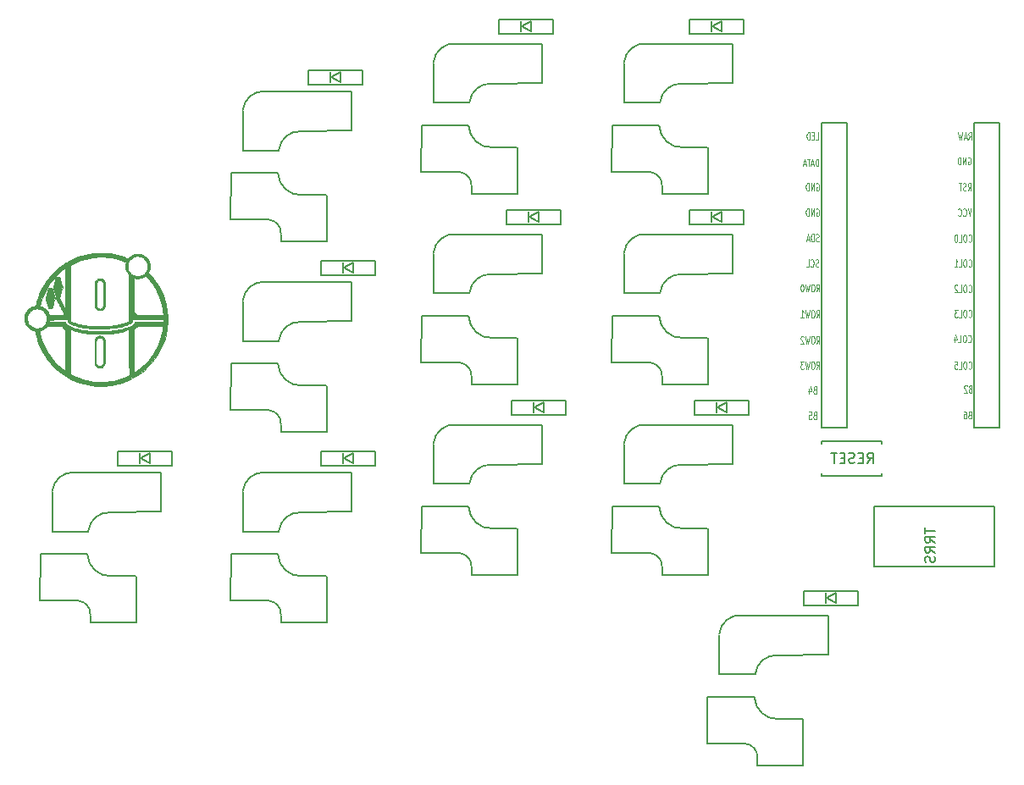
<source format=gbr>
G04 #@! TF.GenerationSoftware,KiCad,Pcbnew,(5.0.2)-1*
G04 #@! TF.CreationDate,2019-04-02T22:31:29+09:00*
G04 #@! TF.ProjectId,FirstContact,46697273-7443-46f6-9e74-6163742e6b69,rev?*
G04 #@! TF.SameCoordinates,Original*
G04 #@! TF.FileFunction,Legend,Bot*
G04 #@! TF.FilePolarity,Positive*
%FSLAX46Y46*%
G04 Gerber Fmt 4.6, Leading zero omitted, Abs format (unit mm)*
G04 Created by KiCad (PCBNEW (5.0.2)-1) date 2019/04/02 22:31:29*
%MOMM*%
%LPD*%
G01*
G04 APERTURE LIST*
%ADD10C,0.150000*%
%ADD11C,0.010000*%
%ADD12C,0.125000*%
G04 APERTURE END LIST*
D10*
G04 #@! TO.C,U1*
X186827500Y-45142000D02*
X189367500Y-45142000D01*
X189367500Y-45142000D02*
X189367500Y-75622000D01*
X189367500Y-75622000D02*
X186827500Y-75622000D01*
X186827500Y-75622000D02*
X186827500Y-45142000D01*
X171587500Y-45142000D02*
X174127500Y-45142000D01*
X174127500Y-45142000D02*
X174127500Y-75622000D01*
X174127500Y-75622000D02*
X171587500Y-75622000D01*
X171587500Y-75622000D02*
X171587500Y-45142000D01*
G04 #@! TO.C,D1*
X106660000Y-79420000D02*
X106660000Y-77920000D01*
X101260000Y-79420000D02*
X106660000Y-79420000D01*
X101260000Y-77920000D02*
X101260000Y-79420000D01*
X106660000Y-77920000D02*
X101260000Y-77920000D01*
X103460000Y-78170000D02*
X103460000Y-79170000D01*
X104460000Y-79170000D02*
X103560000Y-78670000D01*
X104460000Y-78170000D02*
X104460000Y-79170000D01*
X103560000Y-78670000D02*
X104460000Y-78170000D01*
G04 #@! TO.C,D2*
X126980000Y-60370000D02*
X126980000Y-58870000D01*
X121580000Y-60370000D02*
X126980000Y-60370000D01*
X121580000Y-58870000D02*
X121580000Y-60370000D01*
X126980000Y-58870000D02*
X121580000Y-58870000D01*
X123780000Y-59120000D02*
X123780000Y-60120000D01*
X124780000Y-60120000D02*
X123880000Y-59620000D01*
X124780000Y-59120000D02*
X124780000Y-60120000D01*
X123880000Y-59620000D02*
X124780000Y-59120000D01*
G04 #@! TO.C,D3*
X175240000Y-93390000D02*
X175240000Y-91890000D01*
X169840000Y-93390000D02*
X175240000Y-93390000D01*
X169840000Y-91890000D02*
X169840000Y-93390000D01*
X175240000Y-91890000D02*
X169840000Y-91890000D01*
X172040000Y-92140000D02*
X172040000Y-93140000D01*
X173040000Y-93140000D02*
X172140000Y-92640000D01*
X173040000Y-92140000D02*
X173040000Y-93140000D01*
X172140000Y-92640000D02*
X173040000Y-92140000D01*
G04 #@! TO.C,D4*
X122610000Y-40570000D02*
X123510000Y-40070000D01*
X123510000Y-40070000D02*
X123510000Y-41070000D01*
X123510000Y-41070000D02*
X122610000Y-40570000D01*
X122510000Y-40070000D02*
X122510000Y-41070000D01*
X125710000Y-39820000D02*
X120310000Y-39820000D01*
X120310000Y-39820000D02*
X120310000Y-41320000D01*
X120310000Y-41320000D02*
X125710000Y-41320000D01*
X125710000Y-41320000D02*
X125710000Y-39820000D01*
G04 #@! TO.C,D5*
X123880000Y-78670000D02*
X124780000Y-78170000D01*
X124780000Y-78170000D02*
X124780000Y-79170000D01*
X124780000Y-79170000D02*
X123880000Y-78670000D01*
X123780000Y-78170000D02*
X123780000Y-79170000D01*
X126980000Y-77920000D02*
X121580000Y-77920000D01*
X121580000Y-77920000D02*
X121580000Y-79420000D01*
X121580000Y-79420000D02*
X126980000Y-79420000D01*
X126980000Y-79420000D02*
X126980000Y-77920000D01*
G04 #@! TO.C,D6*
X142425000Y-54540000D02*
X143325000Y-54040000D01*
X143325000Y-54040000D02*
X143325000Y-55040000D01*
X143325000Y-55040000D02*
X142425000Y-54540000D01*
X142325000Y-54040000D02*
X142325000Y-55040000D01*
X145525000Y-53790000D02*
X140125000Y-53790000D01*
X140125000Y-53790000D02*
X140125000Y-55290000D01*
X140125000Y-55290000D02*
X145525000Y-55290000D01*
X145525000Y-55290000D02*
X145525000Y-53790000D01*
G04 #@! TO.C,D7*
X144760000Y-36240000D02*
X144760000Y-34740000D01*
X139360000Y-36240000D02*
X144760000Y-36240000D01*
X139360000Y-34740000D02*
X139360000Y-36240000D01*
X144760000Y-34740000D02*
X139360000Y-34740000D01*
X141560000Y-34990000D02*
X141560000Y-35990000D01*
X142560000Y-35990000D02*
X141660000Y-35490000D01*
X142560000Y-34990000D02*
X142560000Y-35990000D01*
X141660000Y-35490000D02*
X142560000Y-34990000D01*
G04 #@! TO.C,D8*
X146030000Y-74340000D02*
X146030000Y-72840000D01*
X140630000Y-74340000D02*
X146030000Y-74340000D01*
X140630000Y-72840000D02*
X140630000Y-74340000D01*
X146030000Y-72840000D02*
X140630000Y-72840000D01*
X142830000Y-73090000D02*
X142830000Y-74090000D01*
X143830000Y-74090000D02*
X142930000Y-73590000D01*
X143830000Y-73090000D02*
X143830000Y-74090000D01*
X142930000Y-73590000D02*
X143830000Y-73090000D01*
G04 #@! TO.C,D9*
X160710000Y-54540000D02*
X161610000Y-54040000D01*
X161610000Y-54040000D02*
X161610000Y-55040000D01*
X161610000Y-55040000D02*
X160710000Y-54540000D01*
X160610000Y-54040000D02*
X160610000Y-55040000D01*
X163810000Y-53790000D02*
X158410000Y-53790000D01*
X158410000Y-53790000D02*
X158410000Y-55290000D01*
X158410000Y-55290000D02*
X163810000Y-55290000D01*
X163810000Y-55290000D02*
X163810000Y-53790000D01*
G04 #@! TO.C,D10*
X160710000Y-35490000D02*
X161610000Y-34990000D01*
X161610000Y-34990000D02*
X161610000Y-35990000D01*
X161610000Y-35990000D02*
X160710000Y-35490000D01*
X160610000Y-34990000D02*
X160610000Y-35990000D01*
X163810000Y-34740000D02*
X158410000Y-34740000D01*
X158410000Y-34740000D02*
X158410000Y-36240000D01*
X158410000Y-36240000D02*
X163810000Y-36240000D01*
X163810000Y-36240000D02*
X163810000Y-34740000D01*
G04 #@! TO.C,D11*
X161215000Y-73590000D02*
X162115000Y-73090000D01*
X162115000Y-73090000D02*
X162115000Y-74090000D01*
X162115000Y-74090000D02*
X161215000Y-73590000D01*
X161115000Y-73090000D02*
X161115000Y-74090000D01*
X164315000Y-72840000D02*
X158915000Y-72840000D01*
X158915000Y-72840000D02*
X158915000Y-74340000D01*
X158915000Y-74340000D02*
X164315000Y-74340000D01*
X164315000Y-74340000D02*
X164315000Y-72840000D01*
G04 #@! TO.C,J1*
X176891250Y-83445000D02*
X188891250Y-83445000D01*
X176891250Y-89445000D02*
X176891250Y-83445000D01*
X188891250Y-89445000D02*
X176891250Y-89445000D01*
X188891250Y-83445000D02*
X188891250Y-89445000D01*
G04 #@! TO.C,SW1*
X177603750Y-80170000D02*
X177603750Y-80420000D01*
X177603750Y-80420000D02*
X171603750Y-80420000D01*
X171603750Y-80420000D02*
X171603750Y-80170000D01*
X171603750Y-77170000D02*
X171603750Y-76920000D01*
X171603750Y-76920000D02*
X177603750Y-76920000D01*
X177603750Y-76920000D02*
X177603750Y-77170000D01*
G04 #@! TO.C,SW2*
X94685000Y-85966500D02*
X98295000Y-85966500D01*
X94685000Y-82012500D02*
X94685000Y-85957500D01*
X105585000Y-80058500D02*
X96960000Y-80058500D01*
X105585000Y-83966500D02*
X105585000Y-80058500D01*
X105585000Y-84012500D02*
X100535000Y-84058500D01*
X94696000Y-81942500D02*
G75*
G02X96960000Y-80058500I2074000J-190000D01*
G01*
X98300000Y-85942500D02*
G75*
G02X100560000Y-84062500I2070000J-190000D01*
G01*
X103060000Y-95087500D02*
X98510000Y-95087500D01*
X103060000Y-90437500D02*
X100510000Y-90437500D01*
X98210000Y-88237500D02*
X93510000Y-88237500D01*
X97285000Y-92887500D02*
X93510000Y-92887500D01*
X103085000Y-90462500D02*
X103085000Y-95062500D01*
X93510000Y-88262500D02*
X93485000Y-92862500D01*
X98215000Y-88262500D02*
G75*
G03X100585000Y-90432500I2270000J100000D01*
G01*
X98505000Y-94312500D02*
G75*
G03X97285000Y-92892500I-1320000J100000D01*
G01*
X98505000Y-94362500D02*
X98505000Y-95062500D01*
G04 #@! TO.C,SW3*
X117555000Y-75312500D02*
X117555000Y-76012500D01*
X117555000Y-75262500D02*
G75*
G03X116335000Y-73842500I-1320000J100000D01*
G01*
X117265000Y-69212500D02*
G75*
G03X119635000Y-71382500I2270000J100000D01*
G01*
X112560000Y-69212500D02*
X112535000Y-73812500D01*
X122135000Y-71412500D02*
X122135000Y-76012500D01*
X116335000Y-73837500D02*
X112560000Y-73837500D01*
X117260000Y-69187500D02*
X112560000Y-69187500D01*
X122110000Y-71387500D02*
X119560000Y-71387500D01*
X122110000Y-76037500D02*
X117560000Y-76037500D01*
X117350000Y-66892500D02*
G75*
G02X119610000Y-65012500I2070000J-190000D01*
G01*
X113746000Y-62892500D02*
G75*
G02X116010000Y-61008500I2074000J-190000D01*
G01*
X124635000Y-64962500D02*
X119585000Y-65008500D01*
X124635000Y-64916500D02*
X124635000Y-61008500D01*
X124635000Y-61008500D02*
X116010000Y-61008500D01*
X113735000Y-62962500D02*
X113735000Y-66907500D01*
X113735000Y-66916500D02*
X117345000Y-66916500D01*
G04 #@! TO.C,SW4*
X165180000Y-108650000D02*
X165180000Y-109350000D01*
X165180000Y-108600000D02*
G75*
G03X163960000Y-107180000I-1320000J100000D01*
G01*
X164890000Y-102550000D02*
G75*
G03X167260000Y-104720000I2270000J100000D01*
G01*
X160185000Y-102550000D02*
X160160000Y-107150000D01*
X169760000Y-104750000D02*
X169760000Y-109350000D01*
X163960000Y-107175000D02*
X160185000Y-107175000D01*
X164885000Y-102525000D02*
X160185000Y-102525000D01*
X169735000Y-104725000D02*
X167185000Y-104725000D01*
X169735000Y-109375000D02*
X165185000Y-109375000D01*
X164975000Y-100230000D02*
G75*
G02X167235000Y-98350000I2070000J-190000D01*
G01*
X161371000Y-96230000D02*
G75*
G02X163635000Y-94346000I2074000J-190000D01*
G01*
X172260000Y-98300000D02*
X167210000Y-98346000D01*
X172260000Y-98254000D02*
X172260000Y-94346000D01*
X172260000Y-94346000D02*
X163635000Y-94346000D01*
X161360000Y-96300000D02*
X161360000Y-100245000D01*
X161360000Y-100254000D02*
X164970000Y-100254000D01*
G04 #@! TO.C,SW5*
X113735000Y-47866500D02*
X117345000Y-47866500D01*
X113735000Y-43912500D02*
X113735000Y-47857500D01*
X124635000Y-41958500D02*
X116010000Y-41958500D01*
X124635000Y-45866500D02*
X124635000Y-41958500D01*
X124635000Y-45912500D02*
X119585000Y-45958500D01*
X113746000Y-43842500D02*
G75*
G02X116010000Y-41958500I2074000J-190000D01*
G01*
X117350000Y-47842500D02*
G75*
G02X119610000Y-45962500I2070000J-190000D01*
G01*
X122110000Y-56987500D02*
X117560000Y-56987500D01*
X122110000Y-52337500D02*
X119560000Y-52337500D01*
X117260000Y-50137500D02*
X112560000Y-50137500D01*
X116335000Y-54787500D02*
X112560000Y-54787500D01*
X122135000Y-52362500D02*
X122135000Y-56962500D01*
X112560000Y-50162500D02*
X112535000Y-54762500D01*
X117265000Y-50162500D02*
G75*
G03X119635000Y-52332500I2270000J100000D01*
G01*
X117555000Y-56212500D02*
G75*
G03X116335000Y-54792500I-1320000J100000D01*
G01*
X117555000Y-56262500D02*
X117555000Y-56962500D01*
G04 #@! TO.C,SW6*
X113735000Y-85966500D02*
X117345000Y-85966500D01*
X113735000Y-82012500D02*
X113735000Y-85957500D01*
X124635000Y-80058500D02*
X116010000Y-80058500D01*
X124635000Y-83966500D02*
X124635000Y-80058500D01*
X124635000Y-84012500D02*
X119585000Y-84058500D01*
X113746000Y-81942500D02*
G75*
G02X116010000Y-80058500I2074000J-190000D01*
G01*
X117350000Y-85942500D02*
G75*
G02X119610000Y-84062500I2070000J-190000D01*
G01*
X122110000Y-95087500D02*
X117560000Y-95087500D01*
X122110000Y-90437500D02*
X119560000Y-90437500D01*
X117260000Y-88237500D02*
X112560000Y-88237500D01*
X116335000Y-92887500D02*
X112560000Y-92887500D01*
X122135000Y-90462500D02*
X122135000Y-95062500D01*
X112560000Y-88262500D02*
X112535000Y-92862500D01*
X117265000Y-88262500D02*
G75*
G03X119635000Y-90432500I2270000J100000D01*
G01*
X117555000Y-94312500D02*
G75*
G03X116335000Y-92892500I-1320000J100000D01*
G01*
X117555000Y-94362500D02*
X117555000Y-95062500D01*
G04 #@! TO.C,SW7*
X132785000Y-62154000D02*
X136395000Y-62154000D01*
X132785000Y-58200000D02*
X132785000Y-62145000D01*
X143685000Y-56246000D02*
X135060000Y-56246000D01*
X143685000Y-60154000D02*
X143685000Y-56246000D01*
X143685000Y-60200000D02*
X138635000Y-60246000D01*
X132796000Y-58130000D02*
G75*
G02X135060000Y-56246000I2074000J-190000D01*
G01*
X136400000Y-62130000D02*
G75*
G02X138660000Y-60250000I2070000J-190000D01*
G01*
X141160000Y-71275000D02*
X136610000Y-71275000D01*
X141160000Y-66625000D02*
X138610000Y-66625000D01*
X136310000Y-64425000D02*
X131610000Y-64425000D01*
X135385000Y-69075000D02*
X131610000Y-69075000D01*
X141185000Y-66650000D02*
X141185000Y-71250000D01*
X131610000Y-64450000D02*
X131585000Y-69050000D01*
X136315000Y-64450000D02*
G75*
G03X138685000Y-66620000I2270000J100000D01*
G01*
X136605000Y-70500000D02*
G75*
G03X135385000Y-69080000I-1320000J100000D01*
G01*
X136605000Y-70550000D02*
X136605000Y-71250000D01*
G04 #@! TO.C,SW8*
X132785000Y-43104000D02*
X136395000Y-43104000D01*
X132785000Y-39150000D02*
X132785000Y-43095000D01*
X143685000Y-37196000D02*
X135060000Y-37196000D01*
X143685000Y-41104000D02*
X143685000Y-37196000D01*
X143685000Y-41150000D02*
X138635000Y-41196000D01*
X132796000Y-39080000D02*
G75*
G02X135060000Y-37196000I2074000J-190000D01*
G01*
X136400000Y-43080000D02*
G75*
G02X138660000Y-41200000I2070000J-190000D01*
G01*
X141160000Y-52225000D02*
X136610000Y-52225000D01*
X141160000Y-47575000D02*
X138610000Y-47575000D01*
X136310000Y-45375000D02*
X131610000Y-45375000D01*
X135385000Y-50025000D02*
X131610000Y-50025000D01*
X141185000Y-47600000D02*
X141185000Y-52200000D01*
X131610000Y-45400000D02*
X131585000Y-50000000D01*
X136315000Y-45400000D02*
G75*
G03X138685000Y-47570000I2270000J100000D01*
G01*
X136605000Y-51450000D02*
G75*
G03X135385000Y-50030000I-1320000J100000D01*
G01*
X136605000Y-51500000D02*
X136605000Y-52200000D01*
G04 #@! TO.C,SW9*
X136605000Y-89600000D02*
X136605000Y-90300000D01*
X136605000Y-89550000D02*
G75*
G03X135385000Y-88130000I-1320000J100000D01*
G01*
X136315000Y-83500000D02*
G75*
G03X138685000Y-85670000I2270000J100000D01*
G01*
X131610000Y-83500000D02*
X131585000Y-88100000D01*
X141185000Y-85700000D02*
X141185000Y-90300000D01*
X135385000Y-88125000D02*
X131610000Y-88125000D01*
X136310000Y-83475000D02*
X131610000Y-83475000D01*
X141160000Y-85675000D02*
X138610000Y-85675000D01*
X141160000Y-90325000D02*
X136610000Y-90325000D01*
X136400000Y-81180000D02*
G75*
G02X138660000Y-79300000I2070000J-190000D01*
G01*
X132796000Y-77180000D02*
G75*
G02X135060000Y-75296000I2074000J-190000D01*
G01*
X143685000Y-79250000D02*
X138635000Y-79296000D01*
X143685000Y-79204000D02*
X143685000Y-75296000D01*
X143685000Y-75296000D02*
X135060000Y-75296000D01*
X132785000Y-77250000D02*
X132785000Y-81195000D01*
X132785000Y-81204000D02*
X136395000Y-81204000D01*
G04 #@! TO.C,SW10*
X155655000Y-70550000D02*
X155655000Y-71250000D01*
X155655000Y-70500000D02*
G75*
G03X154435000Y-69080000I-1320000J100000D01*
G01*
X155365000Y-64450000D02*
G75*
G03X157735000Y-66620000I2270000J100000D01*
G01*
X150660000Y-64450000D02*
X150635000Y-69050000D01*
X160235000Y-66650000D02*
X160235000Y-71250000D01*
X154435000Y-69075000D02*
X150660000Y-69075000D01*
X155360000Y-64425000D02*
X150660000Y-64425000D01*
X160210000Y-66625000D02*
X157660000Y-66625000D01*
X160210000Y-71275000D02*
X155660000Y-71275000D01*
X155450000Y-62130000D02*
G75*
G02X157710000Y-60250000I2070000J-190000D01*
G01*
X151846000Y-58130000D02*
G75*
G02X154110000Y-56246000I2074000J-190000D01*
G01*
X162735000Y-60200000D02*
X157685000Y-60246000D01*
X162735000Y-60154000D02*
X162735000Y-56246000D01*
X162735000Y-56246000D02*
X154110000Y-56246000D01*
X151835000Y-58200000D02*
X151835000Y-62145000D01*
X151835000Y-62154000D02*
X155445000Y-62154000D01*
G04 #@! TO.C,SW11*
X151835000Y-43104000D02*
X155445000Y-43104000D01*
X151835000Y-39150000D02*
X151835000Y-43095000D01*
X162735000Y-37196000D02*
X154110000Y-37196000D01*
X162735000Y-41104000D02*
X162735000Y-37196000D01*
X162735000Y-41150000D02*
X157685000Y-41196000D01*
X151846000Y-39080000D02*
G75*
G02X154110000Y-37196000I2074000J-190000D01*
G01*
X155450000Y-43080000D02*
G75*
G02X157710000Y-41200000I2070000J-190000D01*
G01*
X160210000Y-52225000D02*
X155660000Y-52225000D01*
X160210000Y-47575000D02*
X157660000Y-47575000D01*
X155360000Y-45375000D02*
X150660000Y-45375000D01*
X154435000Y-50025000D02*
X150660000Y-50025000D01*
X160235000Y-47600000D02*
X160235000Y-52200000D01*
X150660000Y-45400000D02*
X150635000Y-50000000D01*
X155365000Y-45400000D02*
G75*
G03X157735000Y-47570000I2270000J100000D01*
G01*
X155655000Y-51450000D02*
G75*
G03X154435000Y-50030000I-1320000J100000D01*
G01*
X155655000Y-51500000D02*
X155655000Y-52200000D01*
G04 #@! TO.C,SW12*
X155655000Y-89600000D02*
X155655000Y-90300000D01*
X155655000Y-89550000D02*
G75*
G03X154435000Y-88130000I-1320000J100000D01*
G01*
X155365000Y-83500000D02*
G75*
G03X157735000Y-85670000I2270000J100000D01*
G01*
X150660000Y-83500000D02*
X150635000Y-88100000D01*
X160235000Y-85700000D02*
X160235000Y-90300000D01*
X154435000Y-88125000D02*
X150660000Y-88125000D01*
X155360000Y-83475000D02*
X150660000Y-83475000D01*
X160210000Y-85675000D02*
X157660000Y-85675000D01*
X160210000Y-90325000D02*
X155660000Y-90325000D01*
X155450000Y-81180000D02*
G75*
G02X157710000Y-79300000I2070000J-190000D01*
G01*
X151846000Y-77180000D02*
G75*
G02X154110000Y-75296000I2074000J-190000D01*
G01*
X162735000Y-79250000D02*
X157685000Y-79296000D01*
X162735000Y-79204000D02*
X162735000Y-75296000D01*
X162735000Y-75296000D02*
X154110000Y-75296000D01*
X151835000Y-77250000D02*
X151835000Y-81195000D01*
X151835000Y-81204000D02*
X155445000Y-81204000D01*
D11*
G04 #@! TO.C,G\002A\002A\002A*
G36*
X94673099Y-61644829D02*
X94678896Y-61663793D01*
X94690460Y-61702387D01*
X94707042Y-61758087D01*
X94727894Y-61828371D01*
X94752268Y-61910714D01*
X94779417Y-62002594D01*
X94808592Y-62101487D01*
X94824025Y-62153864D01*
X94962825Y-62625081D01*
X94829658Y-63077500D01*
X94800094Y-63177816D01*
X94771934Y-63273121D01*
X94745985Y-63360704D01*
X94723054Y-63437854D01*
X94703947Y-63501861D01*
X94689470Y-63550014D01*
X94680429Y-63579601D01*
X94678797Y-63584761D01*
X94661102Y-63639602D01*
X94489530Y-63639602D01*
X94429077Y-63639049D01*
X94377295Y-63637529D01*
X94338345Y-63635244D01*
X94316388Y-63632399D01*
X94313130Y-63630943D01*
X94308971Y-63618403D01*
X94298993Y-63585968D01*
X94283873Y-63535902D01*
X94264286Y-63470468D01*
X94240908Y-63391930D01*
X94214415Y-63302551D01*
X94185483Y-63204594D01*
X94161776Y-63124094D01*
X94015249Y-62625904D01*
X94313247Y-61613374D01*
X94487110Y-61610193D01*
X94660972Y-61607011D01*
X94673099Y-61644829D01*
X94673099Y-61644829D01*
G37*
X94673099Y-61644829D02*
X94678896Y-61663793D01*
X94690460Y-61702387D01*
X94707042Y-61758087D01*
X94727894Y-61828371D01*
X94752268Y-61910714D01*
X94779417Y-62002594D01*
X94808592Y-62101487D01*
X94824025Y-62153864D01*
X94962825Y-62625081D01*
X94829658Y-63077500D01*
X94800094Y-63177816D01*
X94771934Y-63273121D01*
X94745985Y-63360704D01*
X94723054Y-63437854D01*
X94703947Y-63501861D01*
X94689470Y-63550014D01*
X94680429Y-63579601D01*
X94678797Y-63584761D01*
X94661102Y-63639602D01*
X94489530Y-63639602D01*
X94429077Y-63639049D01*
X94377295Y-63637529D01*
X94338345Y-63635244D01*
X94316388Y-63632399D01*
X94313130Y-63630943D01*
X94308971Y-63618403D01*
X94298993Y-63585968D01*
X94283873Y-63535902D01*
X94264286Y-63470468D01*
X94240908Y-63391930D01*
X94214415Y-63302551D01*
X94185483Y-63204594D01*
X94161776Y-63124094D01*
X94015249Y-62625904D01*
X94313247Y-61613374D01*
X94487110Y-61610193D01*
X94660972Y-61607011D01*
X94673099Y-61644829D01*
G36*
X95452300Y-60594191D02*
X95462343Y-60627595D01*
X95477980Y-60679890D01*
X95498244Y-60747828D01*
X95522168Y-60828163D01*
X95548784Y-60917646D01*
X95577125Y-61013030D01*
X95603069Y-61100433D01*
X95724918Y-61511128D01*
X95603480Y-61920160D01*
X95574453Y-62017869D01*
X95546287Y-62112572D01*
X95519952Y-62201013D01*
X95496418Y-62279938D01*
X95476657Y-62346092D01*
X95461637Y-62396220D01*
X95453128Y-62424443D01*
X95424216Y-62519693D01*
X95252086Y-62519693D01*
X95191521Y-62519142D01*
X95139611Y-62517626D01*
X95100514Y-62515347D01*
X95078386Y-62512509D01*
X95075026Y-62511033D01*
X95070838Y-62498493D01*
X95060820Y-62466066D01*
X95045654Y-62416017D01*
X95026016Y-62350615D01*
X95002587Y-62272127D01*
X94976046Y-62182820D01*
X94947071Y-62084960D01*
X94923739Y-62005920D01*
X94777383Y-61509465D01*
X95075029Y-60505011D01*
X95249204Y-60501828D01*
X95423380Y-60498645D01*
X95452300Y-60594191D01*
X95452300Y-60594191D01*
G37*
X95452300Y-60594191D02*
X95462343Y-60627595D01*
X95477980Y-60679890D01*
X95498244Y-60747828D01*
X95522168Y-60828163D01*
X95548784Y-60917646D01*
X95577125Y-61013030D01*
X95603069Y-61100433D01*
X95724918Y-61511128D01*
X95603480Y-61920160D01*
X95574453Y-62017869D01*
X95546287Y-62112572D01*
X95519952Y-62201013D01*
X95496418Y-62279938D01*
X95476657Y-62346092D01*
X95461637Y-62396220D01*
X95453128Y-62424443D01*
X95424216Y-62519693D01*
X95252086Y-62519693D01*
X95191521Y-62519142D01*
X95139611Y-62517626D01*
X95100514Y-62515347D01*
X95078386Y-62512509D01*
X95075026Y-62511033D01*
X95070838Y-62498493D01*
X95060820Y-62466066D01*
X95045654Y-62416017D01*
X95026016Y-62350615D01*
X95002587Y-62272127D01*
X94976046Y-62182820D01*
X94947071Y-62084960D01*
X94923739Y-62005920D01*
X94777383Y-61509465D01*
X95075029Y-60505011D01*
X95249204Y-60501828D01*
X95423380Y-60498645D01*
X95452300Y-60594191D01*
G36*
X99492038Y-66403893D02*
X99589020Y-66425377D01*
X99680973Y-66466930D01*
X99764723Y-66528124D01*
X99779574Y-66542060D01*
X99817611Y-66583390D01*
X99854336Y-66630192D01*
X99879822Y-66669082D01*
X99891118Y-66689059D01*
X99901141Y-66707569D01*
X99909966Y-66726046D01*
X99917671Y-66745924D01*
X99924332Y-66768638D01*
X99930024Y-66795621D01*
X99934825Y-66828309D01*
X99938810Y-66868135D01*
X99942056Y-66916535D01*
X99944639Y-66974941D01*
X99946636Y-67044789D01*
X99948122Y-67127512D01*
X99949175Y-67224545D01*
X99949870Y-67337323D01*
X99950284Y-67467279D01*
X99950493Y-67615848D01*
X99950574Y-67784464D01*
X99950602Y-67974561D01*
X99950605Y-67999321D01*
X99950511Y-68204096D01*
X99950166Y-68391261D01*
X99949577Y-68560212D01*
X99948749Y-68710343D01*
X99947690Y-68841048D01*
X99946403Y-68951723D01*
X99944897Y-69041762D01*
X99943175Y-69110559D01*
X99941245Y-69157510D01*
X99939112Y-69182009D01*
X99938992Y-69182680D01*
X99914444Y-69264865D01*
X99873869Y-69347035D01*
X99821135Y-69423781D01*
X99760107Y-69489694D01*
X99694654Y-69539364D01*
X99677051Y-69549122D01*
X99583747Y-69585713D01*
X99485340Y-69604638D01*
X99387973Y-69605166D01*
X99315776Y-69592080D01*
X99228856Y-69557231D01*
X99146048Y-69504209D01*
X99072959Y-69437593D01*
X99015199Y-69361961D01*
X98999523Y-69333971D01*
X98989154Y-69313610D01*
X98979955Y-69294894D01*
X98971855Y-69276386D01*
X98964786Y-69256649D01*
X98958676Y-69234246D01*
X98953456Y-69207739D01*
X98949057Y-69175692D01*
X98945407Y-69136667D01*
X98942438Y-69089227D01*
X98940078Y-69031935D01*
X98938259Y-68963354D01*
X98936910Y-68882046D01*
X98935962Y-68786575D01*
X98935344Y-68675504D01*
X98934986Y-68547395D01*
X98934819Y-68400810D01*
X98934772Y-68234314D01*
X98934775Y-68046469D01*
X98934776Y-68003783D01*
X98934776Y-67995234D01*
X99038685Y-67995234D01*
X99038685Y-68000079D01*
X99038815Y-68203684D01*
X99039206Y-68384652D01*
X99039865Y-68543433D01*
X99040797Y-68680480D01*
X99042008Y-68796245D01*
X99043503Y-68891178D01*
X99045286Y-68965732D01*
X99047365Y-69020358D01*
X99049743Y-69055508D01*
X99051486Y-69068283D01*
X99075424Y-69142638D01*
X99114143Y-69216544D01*
X99163797Y-69285150D01*
X99220540Y-69343605D01*
X99280525Y-69387058D01*
X99318067Y-69404484D01*
X99402157Y-69422347D01*
X99488051Y-69418525D01*
X99570429Y-69393298D01*
X99575549Y-69390917D01*
X99641300Y-69350032D01*
X99703909Y-69293942D01*
X99755737Y-69230092D01*
X99776572Y-69194969D01*
X99786483Y-69175228D01*
X99795203Y-69156264D01*
X99802811Y-69136538D01*
X99809381Y-69114512D01*
X99814991Y-69088648D01*
X99819717Y-69057408D01*
X99823635Y-69019255D01*
X99826821Y-68972648D01*
X99829352Y-68916052D01*
X99831303Y-68847927D01*
X99832753Y-68766735D01*
X99833776Y-68670939D01*
X99834449Y-68559000D01*
X99834848Y-68429380D01*
X99835050Y-68280541D01*
X99835131Y-68110944D01*
X99835151Y-68014563D01*
X99835032Y-67806589D01*
X99834598Y-67621123D01*
X99833852Y-67458236D01*
X99832793Y-67318002D01*
X99831423Y-67200494D01*
X99829742Y-67105785D01*
X99827752Y-67033948D01*
X99825453Y-66985055D01*
X99822912Y-66959531D01*
X99795689Y-66865427D01*
X99751658Y-66779025D01*
X99693703Y-66704399D01*
X99624711Y-66645622D01*
X99583661Y-66621797D01*
X99538639Y-66602512D01*
X99496972Y-66592724D01*
X99446550Y-66589789D01*
X99437003Y-66589778D01*
X99357869Y-66597475D01*
X99288436Y-66621582D01*
X99222539Y-66664617D01*
X99194591Y-66688795D01*
X99133834Y-66756419D01*
X99089013Y-66834314D01*
X99059819Y-66916843D01*
X99056117Y-66931315D01*
X99052872Y-66947334D01*
X99050055Y-66966436D01*
X99047636Y-66990157D01*
X99045584Y-67020033D01*
X99043869Y-67057599D01*
X99042463Y-67104393D01*
X99041333Y-67161949D01*
X99040452Y-67231805D01*
X99039788Y-67315495D01*
X99039312Y-67414557D01*
X99038993Y-67530525D01*
X99038803Y-67664937D01*
X99038710Y-67819328D01*
X99038685Y-67995234D01*
X98934776Y-67995234D01*
X98934772Y-67811214D01*
X98934806Y-67640300D01*
X98934945Y-67489607D01*
X98935260Y-67357698D01*
X98935819Y-67243138D01*
X98936690Y-67144492D01*
X98937941Y-67060325D01*
X98939643Y-66989200D01*
X98941863Y-66929684D01*
X98944671Y-66880339D01*
X98948134Y-66839732D01*
X98952321Y-66806426D01*
X98957302Y-66778986D01*
X98963144Y-66755977D01*
X98969918Y-66735963D01*
X98977690Y-66717509D01*
X98986531Y-66699179D01*
X98996508Y-66679539D01*
X98998316Y-66675977D01*
X99030607Y-66625641D01*
X99076484Y-66571107D01*
X99129290Y-66519279D01*
X99182364Y-66477061D01*
X99202639Y-66464142D01*
X99295675Y-66422847D01*
X99393199Y-66402907D01*
X99492038Y-66403893D01*
X99492038Y-66403893D01*
G37*
X99492038Y-66403893D02*
X99589020Y-66425377D01*
X99680973Y-66466930D01*
X99764723Y-66528124D01*
X99779574Y-66542060D01*
X99817611Y-66583390D01*
X99854336Y-66630192D01*
X99879822Y-66669082D01*
X99891118Y-66689059D01*
X99901141Y-66707569D01*
X99909966Y-66726046D01*
X99917671Y-66745924D01*
X99924332Y-66768638D01*
X99930024Y-66795621D01*
X99934825Y-66828309D01*
X99938810Y-66868135D01*
X99942056Y-66916535D01*
X99944639Y-66974941D01*
X99946636Y-67044789D01*
X99948122Y-67127512D01*
X99949175Y-67224545D01*
X99949870Y-67337323D01*
X99950284Y-67467279D01*
X99950493Y-67615848D01*
X99950574Y-67784464D01*
X99950602Y-67974561D01*
X99950605Y-67999321D01*
X99950511Y-68204096D01*
X99950166Y-68391261D01*
X99949577Y-68560212D01*
X99948749Y-68710343D01*
X99947690Y-68841048D01*
X99946403Y-68951723D01*
X99944897Y-69041762D01*
X99943175Y-69110559D01*
X99941245Y-69157510D01*
X99939112Y-69182009D01*
X99938992Y-69182680D01*
X99914444Y-69264865D01*
X99873869Y-69347035D01*
X99821135Y-69423781D01*
X99760107Y-69489694D01*
X99694654Y-69539364D01*
X99677051Y-69549122D01*
X99583747Y-69585713D01*
X99485340Y-69604638D01*
X99387973Y-69605166D01*
X99315776Y-69592080D01*
X99228856Y-69557231D01*
X99146048Y-69504209D01*
X99072959Y-69437593D01*
X99015199Y-69361961D01*
X98999523Y-69333971D01*
X98989154Y-69313610D01*
X98979955Y-69294894D01*
X98971855Y-69276386D01*
X98964786Y-69256649D01*
X98958676Y-69234246D01*
X98953456Y-69207739D01*
X98949057Y-69175692D01*
X98945407Y-69136667D01*
X98942438Y-69089227D01*
X98940078Y-69031935D01*
X98938259Y-68963354D01*
X98936910Y-68882046D01*
X98935962Y-68786575D01*
X98935344Y-68675504D01*
X98934986Y-68547395D01*
X98934819Y-68400810D01*
X98934772Y-68234314D01*
X98934775Y-68046469D01*
X98934776Y-68003783D01*
X98934776Y-67995234D01*
X99038685Y-67995234D01*
X99038685Y-68000079D01*
X99038815Y-68203684D01*
X99039206Y-68384652D01*
X99039865Y-68543433D01*
X99040797Y-68680480D01*
X99042008Y-68796245D01*
X99043503Y-68891178D01*
X99045286Y-68965732D01*
X99047365Y-69020358D01*
X99049743Y-69055508D01*
X99051486Y-69068283D01*
X99075424Y-69142638D01*
X99114143Y-69216544D01*
X99163797Y-69285150D01*
X99220540Y-69343605D01*
X99280525Y-69387058D01*
X99318067Y-69404484D01*
X99402157Y-69422347D01*
X99488051Y-69418525D01*
X99570429Y-69393298D01*
X99575549Y-69390917D01*
X99641300Y-69350032D01*
X99703909Y-69293942D01*
X99755737Y-69230092D01*
X99776572Y-69194969D01*
X99786483Y-69175228D01*
X99795203Y-69156264D01*
X99802811Y-69136538D01*
X99809381Y-69114512D01*
X99814991Y-69088648D01*
X99819717Y-69057408D01*
X99823635Y-69019255D01*
X99826821Y-68972648D01*
X99829352Y-68916052D01*
X99831303Y-68847927D01*
X99832753Y-68766735D01*
X99833776Y-68670939D01*
X99834449Y-68559000D01*
X99834848Y-68429380D01*
X99835050Y-68280541D01*
X99835131Y-68110944D01*
X99835151Y-68014563D01*
X99835032Y-67806589D01*
X99834598Y-67621123D01*
X99833852Y-67458236D01*
X99832793Y-67318002D01*
X99831423Y-67200494D01*
X99829742Y-67105785D01*
X99827752Y-67033948D01*
X99825453Y-66985055D01*
X99822912Y-66959531D01*
X99795689Y-66865427D01*
X99751658Y-66779025D01*
X99693703Y-66704399D01*
X99624711Y-66645622D01*
X99583661Y-66621797D01*
X99538639Y-66602512D01*
X99496972Y-66592724D01*
X99446550Y-66589789D01*
X99437003Y-66589778D01*
X99357869Y-66597475D01*
X99288436Y-66621582D01*
X99222539Y-66664617D01*
X99194591Y-66688795D01*
X99133834Y-66756419D01*
X99089013Y-66834314D01*
X99059819Y-66916843D01*
X99056117Y-66931315D01*
X99052872Y-66947334D01*
X99050055Y-66966436D01*
X99047636Y-66990157D01*
X99045584Y-67020033D01*
X99043869Y-67057599D01*
X99042463Y-67104393D01*
X99041333Y-67161949D01*
X99040452Y-67231805D01*
X99039788Y-67315495D01*
X99039312Y-67414557D01*
X99038993Y-67530525D01*
X99038803Y-67664937D01*
X99038710Y-67819328D01*
X99038685Y-67995234D01*
X98934776Y-67995234D01*
X98934772Y-67811214D01*
X98934806Y-67640300D01*
X98934945Y-67489607D01*
X98935260Y-67357698D01*
X98935819Y-67243138D01*
X98936690Y-67144492D01*
X98937941Y-67060325D01*
X98939643Y-66989200D01*
X98941863Y-66929684D01*
X98944671Y-66880339D01*
X98948134Y-66839732D01*
X98952321Y-66806426D01*
X98957302Y-66778986D01*
X98963144Y-66755977D01*
X98969918Y-66735963D01*
X98977690Y-66717509D01*
X98986531Y-66699179D01*
X98996508Y-66679539D01*
X98998316Y-66675977D01*
X99030607Y-66625641D01*
X99076484Y-66571107D01*
X99129290Y-66519279D01*
X99182364Y-66477061D01*
X99202639Y-66464142D01*
X99295675Y-66422847D01*
X99393199Y-66402907D01*
X99492038Y-66403893D01*
G36*
X99503584Y-60665802D02*
X99600566Y-60687286D01*
X99692518Y-60728839D01*
X99776268Y-60790033D01*
X99791119Y-60803969D01*
X99863451Y-60888989D01*
X99916458Y-60982985D01*
X99944992Y-61067958D01*
X99948148Y-61093102D01*
X99951023Y-61139242D01*
X99953614Y-61204400D01*
X99955924Y-61286596D01*
X99957951Y-61383852D01*
X99959695Y-61494190D01*
X99961156Y-61615630D01*
X99962335Y-61746194D01*
X99963230Y-61883903D01*
X99963843Y-62026778D01*
X99964172Y-62172841D01*
X99964219Y-62320113D01*
X99963982Y-62466616D01*
X99963461Y-62610369D01*
X99962657Y-62749396D01*
X99961570Y-62881716D01*
X99960199Y-63005352D01*
X99958544Y-63118324D01*
X99956605Y-63218655D01*
X99954383Y-63304364D01*
X99951876Y-63373474D01*
X99949085Y-63424005D01*
X99946010Y-63453980D01*
X99945100Y-63458415D01*
X99907677Y-63560943D01*
X99853449Y-63650927D01*
X99784864Y-63726813D01*
X99704368Y-63787046D01*
X99614410Y-63830074D01*
X99517437Y-63854341D01*
X99415897Y-63858293D01*
X99334454Y-63846123D01*
X99248333Y-63814656D01*
X99166432Y-63763173D01*
X99092265Y-63694736D01*
X99029350Y-63612411D01*
X98994906Y-63550304D01*
X98952094Y-63460647D01*
X98948938Y-62300573D01*
X98948866Y-62267420D01*
X99083144Y-62267420D01*
X99083357Y-62407553D01*
X99083866Y-62545824D01*
X99084669Y-62680155D01*
X99085764Y-62808465D01*
X99087151Y-62928676D01*
X99088828Y-63038708D01*
X99090793Y-63136483D01*
X99093046Y-63219921D01*
X99095585Y-63286942D01*
X99098408Y-63335468D01*
X99101514Y-63363420D01*
X99102130Y-63366210D01*
X99131846Y-63453551D01*
X99173313Y-63527018D01*
X99214087Y-63577173D01*
X99284160Y-63639817D01*
X99357940Y-63679681D01*
X99435515Y-63696791D01*
X99516975Y-63691173D01*
X99562357Y-63678786D01*
X99629390Y-63644624D01*
X99691641Y-63591393D01*
X99746055Y-63523051D01*
X99789577Y-63443555D01*
X99819151Y-63356862D01*
X99822563Y-63341738D01*
X99825147Y-63319008D01*
X99827423Y-63276817D01*
X99829395Y-63214744D01*
X99831068Y-63132365D01*
X99832447Y-63029257D01*
X99833537Y-62904997D01*
X99834344Y-62759164D01*
X99834872Y-62591333D01*
X99835127Y-62401082D01*
X99835151Y-62279556D01*
X99835111Y-62097641D01*
X99835001Y-61937279D01*
X99834741Y-61796932D01*
X99834250Y-61675062D01*
X99833445Y-61570132D01*
X99832246Y-61480604D01*
X99830572Y-61404939D01*
X99828340Y-61341600D01*
X99825470Y-61289048D01*
X99821880Y-61245747D01*
X99817490Y-61210159D01*
X99812217Y-61180744D01*
X99805980Y-61155966D01*
X99798698Y-61134287D01*
X99790291Y-61114168D01*
X99780675Y-61094072D01*
X99771499Y-61075875D01*
X99717327Y-60992429D01*
X99648286Y-60926627D01*
X99602144Y-60896919D01*
X99562607Y-60877487D01*
X99526655Y-60867169D01*
X99483354Y-60863361D01*
X99460094Y-60863076D01*
X99410462Y-60864897D01*
X99372776Y-60872114D01*
X99336057Y-60887356D01*
X99317446Y-60897245D01*
X99240694Y-60952701D01*
X99177349Y-61026365D01*
X99128251Y-61117070D01*
X99100698Y-61197738D01*
X99097570Y-61221122D01*
X99094752Y-61265516D01*
X99092244Y-61328840D01*
X99090043Y-61409015D01*
X99088149Y-61503962D01*
X99086560Y-61611602D01*
X99085275Y-61729855D01*
X99084292Y-61856643D01*
X99083610Y-61989886D01*
X99083228Y-62127505D01*
X99083144Y-62267420D01*
X98948866Y-62267420D01*
X98948452Y-62077342D01*
X98948272Y-61877043D01*
X98948400Y-61699524D01*
X98948837Y-61544627D01*
X98949583Y-61412198D01*
X98950640Y-61302082D01*
X98952010Y-61214123D01*
X98953692Y-61148166D01*
X98955689Y-61104055D01*
X98957972Y-61081778D01*
X98988072Y-60988594D01*
X99037104Y-60898716D01*
X99101085Y-60817677D01*
X99176028Y-60751009D01*
X99214184Y-60726051D01*
X99307220Y-60684756D01*
X99404744Y-60664816D01*
X99503584Y-60665802D01*
X99503584Y-60665802D01*
G37*
X99503584Y-60665802D02*
X99600566Y-60687286D01*
X99692518Y-60728839D01*
X99776268Y-60790033D01*
X99791119Y-60803969D01*
X99863451Y-60888989D01*
X99916458Y-60982985D01*
X99944992Y-61067958D01*
X99948148Y-61093102D01*
X99951023Y-61139242D01*
X99953614Y-61204400D01*
X99955924Y-61286596D01*
X99957951Y-61383852D01*
X99959695Y-61494190D01*
X99961156Y-61615630D01*
X99962335Y-61746194D01*
X99963230Y-61883903D01*
X99963843Y-62026778D01*
X99964172Y-62172841D01*
X99964219Y-62320113D01*
X99963982Y-62466616D01*
X99963461Y-62610369D01*
X99962657Y-62749396D01*
X99961570Y-62881716D01*
X99960199Y-63005352D01*
X99958544Y-63118324D01*
X99956605Y-63218655D01*
X99954383Y-63304364D01*
X99951876Y-63373474D01*
X99949085Y-63424005D01*
X99946010Y-63453980D01*
X99945100Y-63458415D01*
X99907677Y-63560943D01*
X99853449Y-63650927D01*
X99784864Y-63726813D01*
X99704368Y-63787046D01*
X99614410Y-63830074D01*
X99517437Y-63854341D01*
X99415897Y-63858293D01*
X99334454Y-63846123D01*
X99248333Y-63814656D01*
X99166432Y-63763173D01*
X99092265Y-63694736D01*
X99029350Y-63612411D01*
X98994906Y-63550304D01*
X98952094Y-63460647D01*
X98948938Y-62300573D01*
X98948866Y-62267420D01*
X99083144Y-62267420D01*
X99083357Y-62407553D01*
X99083866Y-62545824D01*
X99084669Y-62680155D01*
X99085764Y-62808465D01*
X99087151Y-62928676D01*
X99088828Y-63038708D01*
X99090793Y-63136483D01*
X99093046Y-63219921D01*
X99095585Y-63286942D01*
X99098408Y-63335468D01*
X99101514Y-63363420D01*
X99102130Y-63366210D01*
X99131846Y-63453551D01*
X99173313Y-63527018D01*
X99214087Y-63577173D01*
X99284160Y-63639817D01*
X99357940Y-63679681D01*
X99435515Y-63696791D01*
X99516975Y-63691173D01*
X99562357Y-63678786D01*
X99629390Y-63644624D01*
X99691641Y-63591393D01*
X99746055Y-63523051D01*
X99789577Y-63443555D01*
X99819151Y-63356862D01*
X99822563Y-63341738D01*
X99825147Y-63319008D01*
X99827423Y-63276817D01*
X99829395Y-63214744D01*
X99831068Y-63132365D01*
X99832447Y-63029257D01*
X99833537Y-62904997D01*
X99834344Y-62759164D01*
X99834872Y-62591333D01*
X99835127Y-62401082D01*
X99835151Y-62279556D01*
X99835111Y-62097641D01*
X99835001Y-61937279D01*
X99834741Y-61796932D01*
X99834250Y-61675062D01*
X99833445Y-61570132D01*
X99832246Y-61480604D01*
X99830572Y-61404939D01*
X99828340Y-61341600D01*
X99825470Y-61289048D01*
X99821880Y-61245747D01*
X99817490Y-61210159D01*
X99812217Y-61180744D01*
X99805980Y-61155966D01*
X99798698Y-61134287D01*
X99790291Y-61114168D01*
X99780675Y-61094072D01*
X99771499Y-61075875D01*
X99717327Y-60992429D01*
X99648286Y-60926627D01*
X99602144Y-60896919D01*
X99562607Y-60877487D01*
X99526655Y-60867169D01*
X99483354Y-60863361D01*
X99460094Y-60863076D01*
X99410462Y-60864897D01*
X99372776Y-60872114D01*
X99336057Y-60887356D01*
X99317446Y-60897245D01*
X99240694Y-60952701D01*
X99177349Y-61026365D01*
X99128251Y-61117070D01*
X99100698Y-61197738D01*
X99097570Y-61221122D01*
X99094752Y-61265516D01*
X99092244Y-61328840D01*
X99090043Y-61409015D01*
X99088149Y-61503962D01*
X99086560Y-61611602D01*
X99085275Y-61729855D01*
X99084292Y-61856643D01*
X99083610Y-61989886D01*
X99083228Y-62127505D01*
X99083144Y-62267420D01*
X98948866Y-62267420D01*
X98948452Y-62077342D01*
X98948272Y-61877043D01*
X98948400Y-61699524D01*
X98948837Y-61544627D01*
X98949583Y-61412198D01*
X98950640Y-61302082D01*
X98952010Y-61214123D01*
X98953692Y-61148166D01*
X98955689Y-61104055D01*
X98957972Y-61081778D01*
X98988072Y-60988594D01*
X99037104Y-60898716D01*
X99101085Y-60817677D01*
X99176028Y-60751009D01*
X99214184Y-60726051D01*
X99307220Y-60684756D01*
X99404744Y-60664816D01*
X99503584Y-60665802D01*
G36*
X95188766Y-62660186D02*
X95241199Y-62660852D01*
X95438441Y-62664011D01*
X95691640Y-63127906D01*
X95944839Y-63591800D01*
X95941785Y-63947633D01*
X95938731Y-64303465D01*
X95856085Y-64153374D01*
X95816450Y-64081289D01*
X95770788Y-63998060D01*
X95720108Y-63905539D01*
X95665419Y-63805579D01*
X95607730Y-63700032D01*
X95548050Y-63590752D01*
X95487389Y-63479590D01*
X95426755Y-63368400D01*
X95367159Y-63259034D01*
X95309608Y-63153344D01*
X95255113Y-63053184D01*
X95204683Y-62960406D01*
X95159326Y-62876863D01*
X95120052Y-62804407D01*
X95087871Y-62744890D01*
X95063791Y-62700167D01*
X95048821Y-62672088D01*
X95043958Y-62662518D01*
X95054878Y-62661113D01*
X95085145Y-62660235D01*
X95131020Y-62659916D01*
X95188766Y-62660186D01*
X95188766Y-62660186D01*
G37*
X95188766Y-62660186D02*
X95241199Y-62660852D01*
X95438441Y-62664011D01*
X95691640Y-63127906D01*
X95944839Y-63591800D01*
X95941785Y-63947633D01*
X95938731Y-64303465D01*
X95856085Y-64153374D01*
X95816450Y-64081289D01*
X95770788Y-63998060D01*
X95720108Y-63905539D01*
X95665419Y-63805579D01*
X95607730Y-63700032D01*
X95548050Y-63590752D01*
X95487389Y-63479590D01*
X95426755Y-63368400D01*
X95367159Y-63259034D01*
X95309608Y-63153344D01*
X95255113Y-63053184D01*
X95204683Y-62960406D01*
X95159326Y-62876863D01*
X95120052Y-62804407D01*
X95087871Y-62744890D01*
X95063791Y-62700167D01*
X95048821Y-62672088D01*
X95043958Y-62662518D01*
X95054878Y-62661113D01*
X95085145Y-62660235D01*
X95131020Y-62659916D01*
X95188766Y-62660186D01*
G36*
X99682011Y-58117419D02*
X99799707Y-58119201D01*
X99908046Y-58122124D01*
X100002396Y-58126188D01*
X100072003Y-58130862D01*
X100447306Y-58171880D01*
X100810322Y-58230725D01*
X101164329Y-58308165D01*
X101512607Y-58404969D01*
X101858430Y-58521905D01*
X102045261Y-58593673D01*
X102102508Y-58616835D01*
X102154483Y-58638343D01*
X102196161Y-58656085D01*
X102222518Y-58667947D01*
X102225833Y-58669595D01*
X102239141Y-58675667D01*
X102251240Y-58676869D01*
X102265504Y-58671006D01*
X102285305Y-58655884D01*
X102314015Y-58629310D01*
X102355009Y-58589088D01*
X102365394Y-58578801D01*
X102482439Y-58474177D01*
X102603736Y-58389398D01*
X102734094Y-58321718D01*
X102878319Y-58268390D01*
X102939336Y-58250896D01*
X102987113Y-58238942D01*
X103029583Y-58230649D01*
X103073006Y-58225376D01*
X103123643Y-58222484D01*
X103187754Y-58221331D01*
X103229685Y-58221206D01*
X103303342Y-58221682D01*
X103360219Y-58223541D01*
X103406614Y-58227436D01*
X103448827Y-58234018D01*
X103493156Y-58243937D01*
X103522215Y-58251449D01*
X103680835Y-58304800D01*
X103827310Y-58376188D01*
X103960707Y-58463927D01*
X104080093Y-58566330D01*
X104184534Y-58681712D01*
X104273098Y-58808387D01*
X104344850Y-58944669D01*
X104398858Y-59088872D01*
X104434188Y-59239309D01*
X104449907Y-59394296D01*
X104445081Y-59552145D01*
X104418777Y-59711172D01*
X104388863Y-59816967D01*
X104368230Y-59875182D01*
X104345331Y-59933456D01*
X104323631Y-59983209D01*
X104312913Y-60004872D01*
X104276794Y-60072638D01*
X104368690Y-60167597D01*
X104619452Y-60443029D01*
X104855162Y-60735039D01*
X105074902Y-61041944D01*
X105277750Y-61362061D01*
X105462788Y-61693707D01*
X105629095Y-62035200D01*
X105775753Y-62384855D01*
X105901841Y-62740990D01*
X106006440Y-63101922D01*
X106034953Y-63217025D01*
X106097083Y-63504321D01*
X106145178Y-63786153D01*
X106179914Y-64068415D01*
X106201966Y-64357003D01*
X106212007Y-64657811D01*
X106212812Y-64771056D01*
X106205432Y-65116311D01*
X106182566Y-65447978D01*
X106143780Y-65769977D01*
X106088639Y-66086229D01*
X106045491Y-66283511D01*
X105943743Y-66665688D01*
X105821011Y-67038475D01*
X105677637Y-67401336D01*
X105513963Y-67753732D01*
X105330332Y-68095126D01*
X105127087Y-68424982D01*
X104904569Y-68742763D01*
X104663121Y-69047931D01*
X104403085Y-69339949D01*
X104124803Y-69618280D01*
X103828618Y-69882386D01*
X103668413Y-70013310D01*
X103364851Y-70239444D01*
X103047279Y-70447722D01*
X102716945Y-70637617D01*
X102375102Y-70808602D01*
X102022999Y-70960148D01*
X101661888Y-71091728D01*
X101293019Y-71202814D01*
X100917643Y-71292878D01*
X100537012Y-71361394D01*
X100440231Y-71375222D01*
X100240477Y-71398192D01*
X100026563Y-71415381D01*
X99804962Y-71426606D01*
X99582149Y-71431682D01*
X99364597Y-71430426D01*
X99158781Y-71422654D01*
X99044458Y-71414855D01*
X98648937Y-71371441D01*
X98260235Y-71306177D01*
X97878813Y-71219219D01*
X97505131Y-71110724D01*
X97139649Y-70980845D01*
X96782828Y-70829741D01*
X96435128Y-70657565D01*
X96097008Y-70464473D01*
X95937604Y-70363987D01*
X95615155Y-70140782D01*
X95307958Y-69900748D01*
X95016555Y-69644655D01*
X94741487Y-69373272D01*
X94483294Y-69087368D01*
X94242518Y-68787714D01*
X94019699Y-68475078D01*
X93815378Y-68150231D01*
X93630097Y-67813941D01*
X93464395Y-67466978D01*
X93318815Y-67110112D01*
X93193896Y-66744113D01*
X93090180Y-66369749D01*
X93069686Y-66283858D01*
X93053518Y-66212473D01*
X93038043Y-66141328D01*
X93024584Y-66076706D01*
X93014464Y-66024888D01*
X93010871Y-66004548D01*
X92996251Y-65916085D01*
X92961974Y-65908091D01*
X93404504Y-65908091D01*
X93411378Y-65948596D01*
X93427692Y-66033762D01*
X93450252Y-66135690D01*
X93477727Y-66249330D01*
X93508786Y-66369634D01*
X93542097Y-66491551D01*
X93576330Y-66610032D01*
X93610152Y-66720028D01*
X93633630Y-66791511D01*
X93728171Y-67047910D01*
X93839045Y-67310239D01*
X93963110Y-67572021D01*
X94097222Y-67826779D01*
X94238241Y-68068035D01*
X94300726Y-68166791D01*
X94514013Y-68474737D01*
X94745961Y-68770441D01*
X94995006Y-69052177D01*
X95259582Y-69318218D01*
X95538124Y-69566840D01*
X95662814Y-69668767D01*
X95724388Y-69717168D01*
X95786392Y-69764868D01*
X95845927Y-69809742D01*
X95900095Y-69849666D01*
X95945997Y-69882515D01*
X95980738Y-69906163D01*
X96001417Y-69918485D01*
X96005117Y-69919768D01*
X96006038Y-69908478D01*
X96006932Y-69875270D01*
X96007794Y-69821317D01*
X96008618Y-69747791D01*
X96009400Y-69655864D01*
X96010135Y-69546709D01*
X96010817Y-69421499D01*
X96011441Y-69281407D01*
X96012002Y-69127605D01*
X96012496Y-68961265D01*
X96012917Y-68783561D01*
X96013260Y-68595665D01*
X96013520Y-68398750D01*
X96013692Y-68193987D01*
X96013771Y-67982551D01*
X96013776Y-67915734D01*
X96013776Y-67039438D01*
X96477813Y-67039438D01*
X96477853Y-67241820D01*
X96477959Y-67452947D01*
X96478132Y-67671717D01*
X96478373Y-67897027D01*
X96478452Y-67960135D01*
X96481367Y-70225577D01*
X96654549Y-70315072D01*
X97003629Y-70483306D01*
X97355486Y-70628635D01*
X97710229Y-70751091D01*
X98067967Y-70850705D01*
X98428809Y-70927509D01*
X98792863Y-70981534D01*
X99038685Y-71005007D01*
X99103408Y-71009867D01*
X99164414Y-71014520D01*
X99215806Y-71018509D01*
X99251688Y-71021381D01*
X99258049Y-71021914D01*
X99293506Y-71023578D01*
X99348208Y-71024424D01*
X99418324Y-71024526D01*
X99500026Y-71023957D01*
X99589483Y-71022792D01*
X99682866Y-71021104D01*
X99776346Y-71018967D01*
X99866092Y-71016454D01*
X99948277Y-71013640D01*
X100019069Y-71010597D01*
X100074639Y-71007400D01*
X100095094Y-71005805D01*
X100469694Y-70961976D01*
X100835156Y-70897644D01*
X101193237Y-70812319D01*
X101545699Y-70705508D01*
X101894301Y-70576722D01*
X102240801Y-70425467D01*
X102333811Y-70380915D01*
X102390436Y-70353283D01*
X102382879Y-68830255D01*
X102381900Y-68626174D01*
X102380958Y-68416533D01*
X102380061Y-68203817D01*
X102379217Y-67990510D01*
X102378434Y-67779095D01*
X102377720Y-67572055D01*
X102377083Y-67371875D01*
X102376532Y-67181038D01*
X102376074Y-67002028D01*
X102375717Y-66837327D01*
X102375470Y-66689421D01*
X102375340Y-66560792D01*
X102375322Y-66500726D01*
X102375322Y-65815920D01*
X102833969Y-65815920D01*
X102841292Y-67166738D01*
X102842305Y-67361160D01*
X102843278Y-67562379D01*
X102844200Y-67767607D01*
X102845062Y-67974059D01*
X102845854Y-68178947D01*
X102846567Y-68379485D01*
X102847192Y-68572886D01*
X102847718Y-68756363D01*
X102848136Y-68927130D01*
X102848436Y-69082400D01*
X102848609Y-69219387D01*
X102848650Y-69305678D01*
X102848685Y-70093800D01*
X102897753Y-70063091D01*
X102925508Y-70045242D01*
X102967223Y-70017824D01*
X103017758Y-69984240D01*
X103071971Y-69947894D01*
X103085367Y-69938863D01*
X103352863Y-69746175D01*
X103615253Y-69533207D01*
X103869715Y-69302657D01*
X104113426Y-69057224D01*
X104343566Y-68799604D01*
X104557312Y-68532497D01*
X104559874Y-68529102D01*
X104665619Y-68383451D01*
X104773183Y-68225250D01*
X104878861Y-68060425D01*
X104978948Y-67894902D01*
X105069742Y-67734607D01*
X105139225Y-67602150D01*
X105266994Y-67330724D01*
X105383439Y-67049535D01*
X105487372Y-66762425D01*
X105577605Y-66473233D01*
X105652951Y-66185802D01*
X105712220Y-65903972D01*
X105754225Y-65631585D01*
X105757745Y-65602329D01*
X105763939Y-65551503D01*
X105769829Y-65506988D01*
X105774514Y-65475448D01*
X105776113Y-65466670D01*
X105781671Y-65440693D01*
X103210553Y-65440693D01*
X103153733Y-65478215D01*
X103100205Y-65518777D01*
X103039855Y-65572993D01*
X102978435Y-65635149D01*
X102921696Y-65699534D01*
X102889311Y-65740874D01*
X102833969Y-65815920D01*
X102375322Y-65815920D01*
X102375322Y-65694225D01*
X102314708Y-65729908D01*
X102178525Y-65801176D01*
X102021326Y-65867523D01*
X101844692Y-65928788D01*
X101650201Y-65984808D01*
X101439433Y-66035423D01*
X101213968Y-66080471D01*
X100975385Y-66119791D01*
X100725265Y-66153221D01*
X100465185Y-66180599D01*
X100196727Y-66201765D01*
X99921470Y-66216556D01*
X99640992Y-66224812D01*
X99356874Y-66226370D01*
X99070696Y-66221069D01*
X98784036Y-66208748D01*
X98498475Y-66189245D01*
X98215592Y-66162400D01*
X98152890Y-66155379D01*
X97931158Y-66126639D01*
X97716323Y-66092487D01*
X97510407Y-66053447D01*
X97315435Y-66010044D01*
X97133431Y-65962802D01*
X96966421Y-65912246D01*
X96816426Y-65858902D01*
X96685473Y-65803294D01*
X96577099Y-65746835D01*
X96536906Y-65723671D01*
X96504631Y-65705793D01*
X96485136Y-65695861D01*
X96481820Y-65694693D01*
X96481205Y-65706054D01*
X96480636Y-65739403D01*
X96480114Y-65793636D01*
X96479641Y-65867649D01*
X96479219Y-65960340D01*
X96478848Y-66070603D01*
X96478531Y-66197337D01*
X96478270Y-66339438D01*
X96478066Y-66495802D01*
X96477921Y-66665325D01*
X96477836Y-66846905D01*
X96477813Y-67039438D01*
X96013776Y-67039438D01*
X96013776Y-65911140D01*
X95978244Y-65841217D01*
X95920867Y-65740899D01*
X95854167Y-65649643D01*
X95773437Y-65561523D01*
X95706174Y-65498634D01*
X95627895Y-65429147D01*
X94187410Y-65429147D01*
X94104797Y-65517792D01*
X93993027Y-65623429D01*
X93867519Y-65716677D01*
X93732991Y-65794675D01*
X93594161Y-65854557D01*
X93504367Y-65882275D01*
X93404504Y-65908091D01*
X92961974Y-65908091D01*
X92892648Y-65891923D01*
X92731879Y-65843389D01*
X92582322Y-65775145D01*
X92442919Y-65686577D01*
X92312612Y-65577071D01*
X92261483Y-65525888D01*
X92189830Y-65445589D01*
X92131393Y-65367433D01*
X92079467Y-65281892D01*
X92049417Y-65224594D01*
X91984399Y-65070902D01*
X91941256Y-64914712D01*
X91919151Y-64757687D01*
X91918163Y-64676665D01*
X92182908Y-64676665D01*
X92184329Y-64724874D01*
X92203313Y-64874856D01*
X92242982Y-65016379D01*
X92302008Y-65147952D01*
X92379060Y-65268084D01*
X92472809Y-65375285D01*
X92581927Y-65468062D01*
X92705084Y-65544926D01*
X92840950Y-65604386D01*
X92988197Y-65644950D01*
X93008030Y-65648744D01*
X93074887Y-65655913D01*
X93156199Y-65657001D01*
X93244287Y-65652513D01*
X93331475Y-65642958D01*
X93410086Y-65628841D01*
X93444913Y-65619899D01*
X93585615Y-65567082D01*
X93713896Y-65495346D01*
X93828570Y-65405946D01*
X93928452Y-65300135D01*
X94012356Y-65179167D01*
X94079098Y-65044297D01*
X94104397Y-64967329D01*
X94406455Y-64967329D01*
X95939084Y-64967329D01*
X95959157Y-65023848D01*
X96000932Y-65108776D01*
X96065185Y-65192374D01*
X96151315Y-65274102D01*
X96258723Y-65353419D01*
X96386808Y-65429786D01*
X96442012Y-65458540D01*
X96600631Y-65530931D01*
X96779763Y-65599464D01*
X96977063Y-65663540D01*
X97190184Y-65722558D01*
X97416780Y-65775917D01*
X97654506Y-65823018D01*
X97901014Y-65863259D01*
X98149685Y-65895557D01*
X98335719Y-65915390D01*
X98514737Y-65931652D01*
X98690391Y-65944465D01*
X98866336Y-65953950D01*
X99046224Y-65960227D01*
X99233709Y-65963416D01*
X99432444Y-65963638D01*
X99646081Y-65961014D01*
X99878275Y-65955664D01*
X99927685Y-65954266D01*
X100210293Y-65941480D01*
X100492171Y-65919852D01*
X100770635Y-65889849D01*
X101043000Y-65851938D01*
X101306581Y-65806587D01*
X101558695Y-65754264D01*
X101796657Y-65695436D01*
X102017782Y-65630570D01*
X102219385Y-65560134D01*
X102242490Y-65551192D01*
X102409855Y-65479522D01*
X102554697Y-65404290D01*
X102677346Y-65325252D01*
X102778131Y-65242162D01*
X102857380Y-65154777D01*
X102915423Y-65062852D01*
X102924099Y-65044814D01*
X102954287Y-64978874D01*
X105801435Y-64978874D01*
X105808651Y-64942795D01*
X105812852Y-64909917D01*
X105815454Y-64866701D01*
X105815867Y-64843653D01*
X105815867Y-64780592D01*
X102700199Y-64788374D01*
X102692258Y-64857647D01*
X102680211Y-64921648D01*
X102657947Y-64975045D01*
X102621646Y-65024867D01*
X102577128Y-65069448D01*
X102490873Y-65136958D01*
X102382789Y-65202252D01*
X102254063Y-65264952D01*
X102105884Y-65324686D01*
X101939439Y-65381078D01*
X101755917Y-65433755D01*
X101556505Y-65482341D01*
X101342392Y-65526461D01*
X101114765Y-65565742D01*
X100909049Y-65595375D01*
X100705576Y-65620330D01*
X100508070Y-65640656D01*
X100311698Y-65656643D01*
X100111628Y-65668579D01*
X99903030Y-65676754D01*
X99681070Y-65681458D01*
X99446943Y-65682979D01*
X99217833Y-65681714D01*
X99006521Y-65677528D01*
X98807863Y-65670114D01*
X98616716Y-65659166D01*
X98427935Y-65644380D01*
X98236378Y-65625448D01*
X98036898Y-65602066D01*
X97993373Y-65596542D01*
X97765043Y-65563864D01*
X97547479Y-65526038D01*
X97341843Y-65483470D01*
X97149298Y-65436569D01*
X96971008Y-65385739D01*
X96808135Y-65331389D01*
X96661842Y-65273924D01*
X96533293Y-65213752D01*
X96423650Y-65151279D01*
X96334076Y-65086911D01*
X96265734Y-65021056D01*
X96236067Y-64982010D01*
X96222336Y-64947687D01*
X96212838Y-64894899D01*
X96210049Y-64864014D01*
X96204276Y-64776829D01*
X96059958Y-64778701D01*
X96022661Y-64779162D01*
X95964739Y-64779847D01*
X95888656Y-64780729D01*
X95796877Y-64781779D01*
X95691866Y-64782969D01*
X95576087Y-64784272D01*
X95452005Y-64785660D01*
X95322085Y-64787104D01*
X95188790Y-64788577D01*
X95175150Y-64788728D01*
X94434661Y-64796882D01*
X94426937Y-64856128D01*
X94421170Y-64895947D01*
X94415279Y-64929930D01*
X94412834Y-64941352D01*
X94406455Y-64967329D01*
X94104397Y-64967329D01*
X94127168Y-64898056D01*
X94142983Y-64808186D01*
X94149491Y-64705718D01*
X94146887Y-64599098D01*
X94135366Y-64496775D01*
X94115887Y-64409723D01*
X94060849Y-64263553D01*
X93987933Y-64131340D01*
X93898148Y-64014072D01*
X93792504Y-63912737D01*
X93672013Y-63828324D01*
X93537683Y-63761821D01*
X93410276Y-63719284D01*
X93324349Y-63702900D01*
X93225238Y-63694496D01*
X93121431Y-63694069D01*
X93021414Y-63701621D01*
X92933671Y-63717150D01*
X92925367Y-63719284D01*
X92782440Y-63768580D01*
X92651638Y-63836194D01*
X92534239Y-63920391D01*
X92431522Y-64019436D01*
X92344765Y-64131595D01*
X92275246Y-64255132D01*
X92224245Y-64388312D01*
X92193040Y-64529402D01*
X92182908Y-64676665D01*
X91918163Y-64676665D01*
X91917246Y-64601488D01*
X91934705Y-64447778D01*
X91970688Y-64298221D01*
X92024360Y-64154479D01*
X92094882Y-64018213D01*
X92181417Y-63891088D01*
X92283128Y-63774764D01*
X92399176Y-63670906D01*
X92528725Y-63581176D01*
X92670936Y-63507236D01*
X92824974Y-63450748D01*
X92959103Y-63418695D01*
X92982741Y-63412995D01*
X93450685Y-63412995D01*
X93461312Y-63424347D01*
X93490220Y-63437575D01*
X93524016Y-63448206D01*
X93648448Y-63491237D01*
X93775238Y-63552437D01*
X93898415Y-63628440D01*
X94012004Y-63715880D01*
X94035050Y-63736259D01*
X94118250Y-63821803D01*
X94197759Y-63922305D01*
X94269314Y-64031303D01*
X94328654Y-64142335D01*
X94369847Y-64243862D01*
X94400393Y-64335585D01*
X95204198Y-64327106D01*
X95338218Y-64325653D01*
X95465325Y-64324200D01*
X95583658Y-64322774D01*
X95691355Y-64321398D01*
X95786556Y-64320101D01*
X95867398Y-64318907D01*
X95932021Y-64317844D01*
X95978563Y-64316936D01*
X96005163Y-64316210D01*
X96010918Y-64315828D01*
X96011191Y-64304185D01*
X96011428Y-64270537D01*
X96011631Y-64215970D01*
X96011799Y-64141571D01*
X96011931Y-64048425D01*
X96012029Y-63937618D01*
X96012091Y-63810237D01*
X96012119Y-63667367D01*
X96012111Y-63510095D01*
X96012068Y-63339506D01*
X96011990Y-63156688D01*
X96011877Y-62962724D01*
X96011729Y-62758703D01*
X96011546Y-62545710D01*
X96011328Y-62324830D01*
X96011075Y-62097151D01*
X96010918Y-61966948D01*
X96008003Y-59620865D01*
X95921413Y-59681442D01*
X95760654Y-59799792D01*
X95592900Y-59934201D01*
X95422579Y-60080659D01*
X95254113Y-60235155D01*
X95091930Y-60393679D01*
X94940454Y-60552219D01*
X94853207Y-60649508D01*
X94612714Y-60940872D01*
X94393674Y-61239547D01*
X94195208Y-61547079D01*
X94016438Y-61865015D01*
X93856482Y-62194899D01*
X93714463Y-62538279D01*
X93608740Y-62837193D01*
X93588492Y-62900799D01*
X93566591Y-62972856D01*
X93544038Y-63049714D01*
X93521836Y-63127723D01*
X93500985Y-63203236D01*
X93482488Y-63272602D01*
X93467346Y-63332172D01*
X93456561Y-63378298D01*
X93451134Y-63407330D01*
X93450685Y-63412995D01*
X92982741Y-63412995D01*
X93008689Y-63406738D01*
X93035473Y-63393366D01*
X93040163Y-63386521D01*
X93044760Y-63368465D01*
X93053177Y-63333113D01*
X93064184Y-63285698D01*
X93075635Y-63235511D01*
X93152228Y-62937918D01*
X93248150Y-62634374D01*
X93361794Y-62328678D01*
X93491558Y-62024627D01*
X93635837Y-61726020D01*
X93793026Y-61436655D01*
X93933867Y-61203511D01*
X94146808Y-60888953D01*
X94379316Y-60585165D01*
X94629750Y-60293863D01*
X94896473Y-60016764D01*
X95177842Y-59755584D01*
X95472219Y-59512040D01*
X95725260Y-59324925D01*
X96475594Y-59324925D01*
X96475594Y-64896094D01*
X96528585Y-64942738D01*
X96577103Y-64978556D01*
X96643654Y-65017592D01*
X96723824Y-65057644D01*
X96813201Y-65096513D01*
X96907371Y-65131997D01*
X96909803Y-65132841D01*
X97096582Y-65191022D01*
X97303905Y-65243717D01*
X97529839Y-65290746D01*
X97772456Y-65331933D01*
X98029825Y-65367099D01*
X98300016Y-65396065D01*
X98581100Y-65418655D01*
X98871146Y-65434690D01*
X99168224Y-65443993D01*
X99470404Y-65446384D01*
X99775757Y-65441687D01*
X100082352Y-65429724D01*
X100112413Y-65428153D01*
X100367113Y-65411547D01*
X100615269Y-65389475D01*
X100854860Y-65362278D01*
X101083864Y-65330300D01*
X101300261Y-65293886D01*
X101502030Y-65253377D01*
X101687150Y-65209118D01*
X101853600Y-65161453D01*
X101999361Y-65110724D01*
X102014128Y-65104938D01*
X102100558Y-65068008D01*
X102182082Y-65028201D01*
X102253668Y-64988217D01*
X102310286Y-64950757D01*
X102328959Y-64935941D01*
X102377893Y-64894056D01*
X102369424Y-62595624D01*
X102362054Y-60595123D01*
X102821813Y-60595123D01*
X102829469Y-61658430D01*
X102830663Y-61831932D01*
X102831799Y-62012298D01*
X102832864Y-62196334D01*
X102833844Y-62380848D01*
X102834724Y-62562646D01*
X102835489Y-62738535D01*
X102836126Y-62905323D01*
X102836619Y-63059817D01*
X102836955Y-63198823D01*
X102837119Y-63319148D01*
X102837133Y-63359414D01*
X102837140Y-63997091D01*
X102926617Y-64087348D01*
X102998668Y-64155998D01*
X103068412Y-64212778D01*
X103145732Y-64265431D01*
X103183302Y-64288452D01*
X103235458Y-64319620D01*
X104515705Y-64320202D01*
X105795952Y-64320783D01*
X105788173Y-64219761D01*
X105758266Y-63938372D01*
X105711648Y-63647295D01*
X105649473Y-63351472D01*
X105572896Y-63055843D01*
X105483069Y-62765350D01*
X105385719Y-62496602D01*
X105255991Y-62190333D01*
X105107894Y-61887812D01*
X104943294Y-61591977D01*
X104764057Y-61305766D01*
X104572049Y-61032118D01*
X104369136Y-60773971D01*
X104157184Y-60534263D01*
X104104539Y-60479144D01*
X104012239Y-60384005D01*
X103918258Y-60446110D01*
X103800053Y-60517565D01*
X103685160Y-60572159D01*
X103565567Y-60613153D01*
X103433259Y-60643809D01*
X103431731Y-60644096D01*
X103326493Y-60656825D01*
X103209612Y-60659133D01*
X103089860Y-60651382D01*
X102976011Y-60633933D01*
X102930499Y-60623395D01*
X102821813Y-60595123D01*
X102362054Y-60595123D01*
X102360956Y-60297193D01*
X102312735Y-60245238D01*
X102222125Y-60131636D01*
X102144921Y-60001674D01*
X102082793Y-59858878D01*
X102037415Y-59706775D01*
X102022219Y-59632331D01*
X102011405Y-59537635D01*
X102008592Y-59431016D01*
X102010408Y-59390874D01*
X102229045Y-59390874D01*
X102231893Y-59538826D01*
X102255662Y-59680353D01*
X102298739Y-59814077D01*
X102359513Y-59938619D01*
X102436371Y-60052599D01*
X102527700Y-60154638D01*
X102631889Y-60243356D01*
X102747325Y-60317376D01*
X102872396Y-60375316D01*
X103005489Y-60415799D01*
X103144992Y-60437444D01*
X103289294Y-60438872D01*
X103431754Y-60419756D01*
X103577524Y-60378324D01*
X103712561Y-60317129D01*
X103835467Y-60237527D01*
X103944845Y-60140876D01*
X104039297Y-60028531D01*
X104117426Y-59901848D01*
X104177835Y-59762184D01*
X104206211Y-59667965D01*
X104220330Y-59588626D01*
X104227391Y-59495451D01*
X104227481Y-59396563D01*
X104220690Y-59300082D01*
X104207107Y-59214132D01*
X104200978Y-59188829D01*
X104150272Y-59043694D01*
X104080176Y-58909921D01*
X103992018Y-58789110D01*
X103887130Y-58682863D01*
X103766842Y-58592781D01*
X103653913Y-58530320D01*
X103563428Y-58492005D01*
X103476118Y-58465595D01*
X103384648Y-58449555D01*
X103281685Y-58442352D01*
X103229685Y-58441585D01*
X103124830Y-58444486D01*
X103034631Y-58454716D01*
X102951320Y-58474083D01*
X102867132Y-58504395D01*
X102774301Y-58547461D01*
X102773640Y-58547793D01*
X102645294Y-58623726D01*
X102534331Y-58714342D01*
X102439388Y-58821003D01*
X102359102Y-58945069D01*
X102340124Y-58981011D01*
X102290751Y-59090169D01*
X102257163Y-59194023D01*
X102236945Y-59301480D01*
X102229045Y-59390874D01*
X102010408Y-59390874D01*
X102013519Y-59322114D01*
X102025927Y-59220570D01*
X102034462Y-59177283D01*
X102044691Y-59132239D01*
X102053651Y-59092340D01*
X102059320Y-59066612D01*
X102060798Y-59055714D01*
X102058140Y-59046277D01*
X102048529Y-59036700D01*
X102029147Y-59025385D01*
X101997177Y-59010736D01*
X101949803Y-58991152D01*
X101884206Y-58965036D01*
X101871272Y-58959923D01*
X101562430Y-58846184D01*
X101256563Y-58750710D01*
X100949113Y-58672445D01*
X100635522Y-58610337D01*
X100311231Y-58563329D01*
X100037367Y-58535580D01*
X99959499Y-58530573D01*
X99863656Y-58526764D01*
X99754759Y-58524154D01*
X99637730Y-58522744D01*
X99517490Y-58522533D01*
X99398960Y-58523522D01*
X99287061Y-58525711D01*
X99186717Y-58529101D01*
X99102847Y-58533692D01*
X99079094Y-58535515D01*
X98702905Y-58576924D01*
X98339237Y-58636986D01*
X97986334Y-58716206D01*
X97642440Y-58815086D01*
X97305801Y-58934132D01*
X96974660Y-59073846D01*
X96651663Y-59232420D01*
X96475594Y-59324925D01*
X95725260Y-59324925D01*
X95736048Y-59316948D01*
X95792851Y-59277552D01*
X95849209Y-59239134D01*
X95899548Y-59205451D01*
X95938291Y-59180260D01*
X95946752Y-59174962D01*
X95980385Y-59152856D01*
X96004442Y-59134476D01*
X96013774Y-59123758D01*
X96013776Y-59123688D01*
X96022599Y-59114051D01*
X96025245Y-59113783D01*
X96038477Y-59108249D01*
X96068239Y-59092873D01*
X96111143Y-59069499D01*
X96163803Y-59039970D01*
X96218632Y-59008561D01*
X96562310Y-58822508D01*
X96912546Y-58658237D01*
X97269943Y-58515560D01*
X97635102Y-58394290D01*
X98008624Y-58294241D01*
X98391112Y-58215223D01*
X98783167Y-58157051D01*
X99038685Y-58130734D01*
X99115267Y-58125654D01*
X99210279Y-58121719D01*
X99319091Y-58118929D01*
X99437072Y-58117282D01*
X99559589Y-58116779D01*
X99682011Y-58117419D01*
X99682011Y-58117419D01*
G37*
X99682011Y-58117419D02*
X99799707Y-58119201D01*
X99908046Y-58122124D01*
X100002396Y-58126188D01*
X100072003Y-58130862D01*
X100447306Y-58171880D01*
X100810322Y-58230725D01*
X101164329Y-58308165D01*
X101512607Y-58404969D01*
X101858430Y-58521905D01*
X102045261Y-58593673D01*
X102102508Y-58616835D01*
X102154483Y-58638343D01*
X102196161Y-58656085D01*
X102222518Y-58667947D01*
X102225833Y-58669595D01*
X102239141Y-58675667D01*
X102251240Y-58676869D01*
X102265504Y-58671006D01*
X102285305Y-58655884D01*
X102314015Y-58629310D01*
X102355009Y-58589088D01*
X102365394Y-58578801D01*
X102482439Y-58474177D01*
X102603736Y-58389398D01*
X102734094Y-58321718D01*
X102878319Y-58268390D01*
X102939336Y-58250896D01*
X102987113Y-58238942D01*
X103029583Y-58230649D01*
X103073006Y-58225376D01*
X103123643Y-58222484D01*
X103187754Y-58221331D01*
X103229685Y-58221206D01*
X103303342Y-58221682D01*
X103360219Y-58223541D01*
X103406614Y-58227436D01*
X103448827Y-58234018D01*
X103493156Y-58243937D01*
X103522215Y-58251449D01*
X103680835Y-58304800D01*
X103827310Y-58376188D01*
X103960707Y-58463927D01*
X104080093Y-58566330D01*
X104184534Y-58681712D01*
X104273098Y-58808387D01*
X104344850Y-58944669D01*
X104398858Y-59088872D01*
X104434188Y-59239309D01*
X104449907Y-59394296D01*
X104445081Y-59552145D01*
X104418777Y-59711172D01*
X104388863Y-59816967D01*
X104368230Y-59875182D01*
X104345331Y-59933456D01*
X104323631Y-59983209D01*
X104312913Y-60004872D01*
X104276794Y-60072638D01*
X104368690Y-60167597D01*
X104619452Y-60443029D01*
X104855162Y-60735039D01*
X105074902Y-61041944D01*
X105277750Y-61362061D01*
X105462788Y-61693707D01*
X105629095Y-62035200D01*
X105775753Y-62384855D01*
X105901841Y-62740990D01*
X106006440Y-63101922D01*
X106034953Y-63217025D01*
X106097083Y-63504321D01*
X106145178Y-63786153D01*
X106179914Y-64068415D01*
X106201966Y-64357003D01*
X106212007Y-64657811D01*
X106212812Y-64771056D01*
X106205432Y-65116311D01*
X106182566Y-65447978D01*
X106143780Y-65769977D01*
X106088639Y-66086229D01*
X106045491Y-66283511D01*
X105943743Y-66665688D01*
X105821011Y-67038475D01*
X105677637Y-67401336D01*
X105513963Y-67753732D01*
X105330332Y-68095126D01*
X105127087Y-68424982D01*
X104904569Y-68742763D01*
X104663121Y-69047931D01*
X104403085Y-69339949D01*
X104124803Y-69618280D01*
X103828618Y-69882386D01*
X103668413Y-70013310D01*
X103364851Y-70239444D01*
X103047279Y-70447722D01*
X102716945Y-70637617D01*
X102375102Y-70808602D01*
X102022999Y-70960148D01*
X101661888Y-71091728D01*
X101293019Y-71202814D01*
X100917643Y-71292878D01*
X100537012Y-71361394D01*
X100440231Y-71375222D01*
X100240477Y-71398192D01*
X100026563Y-71415381D01*
X99804962Y-71426606D01*
X99582149Y-71431682D01*
X99364597Y-71430426D01*
X99158781Y-71422654D01*
X99044458Y-71414855D01*
X98648937Y-71371441D01*
X98260235Y-71306177D01*
X97878813Y-71219219D01*
X97505131Y-71110724D01*
X97139649Y-70980845D01*
X96782828Y-70829741D01*
X96435128Y-70657565D01*
X96097008Y-70464473D01*
X95937604Y-70363987D01*
X95615155Y-70140782D01*
X95307958Y-69900748D01*
X95016555Y-69644655D01*
X94741487Y-69373272D01*
X94483294Y-69087368D01*
X94242518Y-68787714D01*
X94019699Y-68475078D01*
X93815378Y-68150231D01*
X93630097Y-67813941D01*
X93464395Y-67466978D01*
X93318815Y-67110112D01*
X93193896Y-66744113D01*
X93090180Y-66369749D01*
X93069686Y-66283858D01*
X93053518Y-66212473D01*
X93038043Y-66141328D01*
X93024584Y-66076706D01*
X93014464Y-66024888D01*
X93010871Y-66004548D01*
X92996251Y-65916085D01*
X92961974Y-65908091D01*
X93404504Y-65908091D01*
X93411378Y-65948596D01*
X93427692Y-66033762D01*
X93450252Y-66135690D01*
X93477727Y-66249330D01*
X93508786Y-66369634D01*
X93542097Y-66491551D01*
X93576330Y-66610032D01*
X93610152Y-66720028D01*
X93633630Y-66791511D01*
X93728171Y-67047910D01*
X93839045Y-67310239D01*
X93963110Y-67572021D01*
X94097222Y-67826779D01*
X94238241Y-68068035D01*
X94300726Y-68166791D01*
X94514013Y-68474737D01*
X94745961Y-68770441D01*
X94995006Y-69052177D01*
X95259582Y-69318218D01*
X95538124Y-69566840D01*
X95662814Y-69668767D01*
X95724388Y-69717168D01*
X95786392Y-69764868D01*
X95845927Y-69809742D01*
X95900095Y-69849666D01*
X95945997Y-69882515D01*
X95980738Y-69906163D01*
X96001417Y-69918485D01*
X96005117Y-69919768D01*
X96006038Y-69908478D01*
X96006932Y-69875270D01*
X96007794Y-69821317D01*
X96008618Y-69747791D01*
X96009400Y-69655864D01*
X96010135Y-69546709D01*
X96010817Y-69421499D01*
X96011441Y-69281407D01*
X96012002Y-69127605D01*
X96012496Y-68961265D01*
X96012917Y-68783561D01*
X96013260Y-68595665D01*
X96013520Y-68398750D01*
X96013692Y-68193987D01*
X96013771Y-67982551D01*
X96013776Y-67915734D01*
X96013776Y-67039438D01*
X96477813Y-67039438D01*
X96477853Y-67241820D01*
X96477959Y-67452947D01*
X96478132Y-67671717D01*
X96478373Y-67897027D01*
X96478452Y-67960135D01*
X96481367Y-70225577D01*
X96654549Y-70315072D01*
X97003629Y-70483306D01*
X97355486Y-70628635D01*
X97710229Y-70751091D01*
X98067967Y-70850705D01*
X98428809Y-70927509D01*
X98792863Y-70981534D01*
X99038685Y-71005007D01*
X99103408Y-71009867D01*
X99164414Y-71014520D01*
X99215806Y-71018509D01*
X99251688Y-71021381D01*
X99258049Y-71021914D01*
X99293506Y-71023578D01*
X99348208Y-71024424D01*
X99418324Y-71024526D01*
X99500026Y-71023957D01*
X99589483Y-71022792D01*
X99682866Y-71021104D01*
X99776346Y-71018967D01*
X99866092Y-71016454D01*
X99948277Y-71013640D01*
X100019069Y-71010597D01*
X100074639Y-71007400D01*
X100095094Y-71005805D01*
X100469694Y-70961976D01*
X100835156Y-70897644D01*
X101193237Y-70812319D01*
X101545699Y-70705508D01*
X101894301Y-70576722D01*
X102240801Y-70425467D01*
X102333811Y-70380915D01*
X102390436Y-70353283D01*
X102382879Y-68830255D01*
X102381900Y-68626174D01*
X102380958Y-68416533D01*
X102380061Y-68203817D01*
X102379217Y-67990510D01*
X102378434Y-67779095D01*
X102377720Y-67572055D01*
X102377083Y-67371875D01*
X102376532Y-67181038D01*
X102376074Y-67002028D01*
X102375717Y-66837327D01*
X102375470Y-66689421D01*
X102375340Y-66560792D01*
X102375322Y-66500726D01*
X102375322Y-65815920D01*
X102833969Y-65815920D01*
X102841292Y-67166738D01*
X102842305Y-67361160D01*
X102843278Y-67562379D01*
X102844200Y-67767607D01*
X102845062Y-67974059D01*
X102845854Y-68178947D01*
X102846567Y-68379485D01*
X102847192Y-68572886D01*
X102847718Y-68756363D01*
X102848136Y-68927130D01*
X102848436Y-69082400D01*
X102848609Y-69219387D01*
X102848650Y-69305678D01*
X102848685Y-70093800D01*
X102897753Y-70063091D01*
X102925508Y-70045242D01*
X102967223Y-70017824D01*
X103017758Y-69984240D01*
X103071971Y-69947894D01*
X103085367Y-69938863D01*
X103352863Y-69746175D01*
X103615253Y-69533207D01*
X103869715Y-69302657D01*
X104113426Y-69057224D01*
X104343566Y-68799604D01*
X104557312Y-68532497D01*
X104559874Y-68529102D01*
X104665619Y-68383451D01*
X104773183Y-68225250D01*
X104878861Y-68060425D01*
X104978948Y-67894902D01*
X105069742Y-67734607D01*
X105139225Y-67602150D01*
X105266994Y-67330724D01*
X105383439Y-67049535D01*
X105487372Y-66762425D01*
X105577605Y-66473233D01*
X105652951Y-66185802D01*
X105712220Y-65903972D01*
X105754225Y-65631585D01*
X105757745Y-65602329D01*
X105763939Y-65551503D01*
X105769829Y-65506988D01*
X105774514Y-65475448D01*
X105776113Y-65466670D01*
X105781671Y-65440693D01*
X103210553Y-65440693D01*
X103153733Y-65478215D01*
X103100205Y-65518777D01*
X103039855Y-65572993D01*
X102978435Y-65635149D01*
X102921696Y-65699534D01*
X102889311Y-65740874D01*
X102833969Y-65815920D01*
X102375322Y-65815920D01*
X102375322Y-65694225D01*
X102314708Y-65729908D01*
X102178525Y-65801176D01*
X102021326Y-65867523D01*
X101844692Y-65928788D01*
X101650201Y-65984808D01*
X101439433Y-66035423D01*
X101213968Y-66080471D01*
X100975385Y-66119791D01*
X100725265Y-66153221D01*
X100465185Y-66180599D01*
X100196727Y-66201765D01*
X99921470Y-66216556D01*
X99640992Y-66224812D01*
X99356874Y-66226370D01*
X99070696Y-66221069D01*
X98784036Y-66208748D01*
X98498475Y-66189245D01*
X98215592Y-66162400D01*
X98152890Y-66155379D01*
X97931158Y-66126639D01*
X97716323Y-66092487D01*
X97510407Y-66053447D01*
X97315435Y-66010044D01*
X97133431Y-65962802D01*
X96966421Y-65912246D01*
X96816426Y-65858902D01*
X96685473Y-65803294D01*
X96577099Y-65746835D01*
X96536906Y-65723671D01*
X96504631Y-65705793D01*
X96485136Y-65695861D01*
X96481820Y-65694693D01*
X96481205Y-65706054D01*
X96480636Y-65739403D01*
X96480114Y-65793636D01*
X96479641Y-65867649D01*
X96479219Y-65960340D01*
X96478848Y-66070603D01*
X96478531Y-66197337D01*
X96478270Y-66339438D01*
X96478066Y-66495802D01*
X96477921Y-66665325D01*
X96477836Y-66846905D01*
X96477813Y-67039438D01*
X96013776Y-67039438D01*
X96013776Y-65911140D01*
X95978244Y-65841217D01*
X95920867Y-65740899D01*
X95854167Y-65649643D01*
X95773437Y-65561523D01*
X95706174Y-65498634D01*
X95627895Y-65429147D01*
X94187410Y-65429147D01*
X94104797Y-65517792D01*
X93993027Y-65623429D01*
X93867519Y-65716677D01*
X93732991Y-65794675D01*
X93594161Y-65854557D01*
X93504367Y-65882275D01*
X93404504Y-65908091D01*
X92961974Y-65908091D01*
X92892648Y-65891923D01*
X92731879Y-65843389D01*
X92582322Y-65775145D01*
X92442919Y-65686577D01*
X92312612Y-65577071D01*
X92261483Y-65525888D01*
X92189830Y-65445589D01*
X92131393Y-65367433D01*
X92079467Y-65281892D01*
X92049417Y-65224594D01*
X91984399Y-65070902D01*
X91941256Y-64914712D01*
X91919151Y-64757687D01*
X91918163Y-64676665D01*
X92182908Y-64676665D01*
X92184329Y-64724874D01*
X92203313Y-64874856D01*
X92242982Y-65016379D01*
X92302008Y-65147952D01*
X92379060Y-65268084D01*
X92472809Y-65375285D01*
X92581927Y-65468062D01*
X92705084Y-65544926D01*
X92840950Y-65604386D01*
X92988197Y-65644950D01*
X93008030Y-65648744D01*
X93074887Y-65655913D01*
X93156199Y-65657001D01*
X93244287Y-65652513D01*
X93331475Y-65642958D01*
X93410086Y-65628841D01*
X93444913Y-65619899D01*
X93585615Y-65567082D01*
X93713896Y-65495346D01*
X93828570Y-65405946D01*
X93928452Y-65300135D01*
X94012356Y-65179167D01*
X94079098Y-65044297D01*
X94104397Y-64967329D01*
X94406455Y-64967329D01*
X95939084Y-64967329D01*
X95959157Y-65023848D01*
X96000932Y-65108776D01*
X96065185Y-65192374D01*
X96151315Y-65274102D01*
X96258723Y-65353419D01*
X96386808Y-65429786D01*
X96442012Y-65458540D01*
X96600631Y-65530931D01*
X96779763Y-65599464D01*
X96977063Y-65663540D01*
X97190184Y-65722558D01*
X97416780Y-65775917D01*
X97654506Y-65823018D01*
X97901014Y-65863259D01*
X98149685Y-65895557D01*
X98335719Y-65915390D01*
X98514737Y-65931652D01*
X98690391Y-65944465D01*
X98866336Y-65953950D01*
X99046224Y-65960227D01*
X99233709Y-65963416D01*
X99432444Y-65963638D01*
X99646081Y-65961014D01*
X99878275Y-65955664D01*
X99927685Y-65954266D01*
X100210293Y-65941480D01*
X100492171Y-65919852D01*
X100770635Y-65889849D01*
X101043000Y-65851938D01*
X101306581Y-65806587D01*
X101558695Y-65754264D01*
X101796657Y-65695436D01*
X102017782Y-65630570D01*
X102219385Y-65560134D01*
X102242490Y-65551192D01*
X102409855Y-65479522D01*
X102554697Y-65404290D01*
X102677346Y-65325252D01*
X102778131Y-65242162D01*
X102857380Y-65154777D01*
X102915423Y-65062852D01*
X102924099Y-65044814D01*
X102954287Y-64978874D01*
X105801435Y-64978874D01*
X105808651Y-64942795D01*
X105812852Y-64909917D01*
X105815454Y-64866701D01*
X105815867Y-64843653D01*
X105815867Y-64780592D01*
X102700199Y-64788374D01*
X102692258Y-64857647D01*
X102680211Y-64921648D01*
X102657947Y-64975045D01*
X102621646Y-65024867D01*
X102577128Y-65069448D01*
X102490873Y-65136958D01*
X102382789Y-65202252D01*
X102254063Y-65264952D01*
X102105884Y-65324686D01*
X101939439Y-65381078D01*
X101755917Y-65433755D01*
X101556505Y-65482341D01*
X101342392Y-65526461D01*
X101114765Y-65565742D01*
X100909049Y-65595375D01*
X100705576Y-65620330D01*
X100508070Y-65640656D01*
X100311698Y-65656643D01*
X100111628Y-65668579D01*
X99903030Y-65676754D01*
X99681070Y-65681458D01*
X99446943Y-65682979D01*
X99217833Y-65681714D01*
X99006521Y-65677528D01*
X98807863Y-65670114D01*
X98616716Y-65659166D01*
X98427935Y-65644380D01*
X98236378Y-65625448D01*
X98036898Y-65602066D01*
X97993373Y-65596542D01*
X97765043Y-65563864D01*
X97547479Y-65526038D01*
X97341843Y-65483470D01*
X97149298Y-65436569D01*
X96971008Y-65385739D01*
X96808135Y-65331389D01*
X96661842Y-65273924D01*
X96533293Y-65213752D01*
X96423650Y-65151279D01*
X96334076Y-65086911D01*
X96265734Y-65021056D01*
X96236067Y-64982010D01*
X96222336Y-64947687D01*
X96212838Y-64894899D01*
X96210049Y-64864014D01*
X96204276Y-64776829D01*
X96059958Y-64778701D01*
X96022661Y-64779162D01*
X95964739Y-64779847D01*
X95888656Y-64780729D01*
X95796877Y-64781779D01*
X95691866Y-64782969D01*
X95576087Y-64784272D01*
X95452005Y-64785660D01*
X95322085Y-64787104D01*
X95188790Y-64788577D01*
X95175150Y-64788728D01*
X94434661Y-64796882D01*
X94426937Y-64856128D01*
X94421170Y-64895947D01*
X94415279Y-64929930D01*
X94412834Y-64941352D01*
X94406455Y-64967329D01*
X94104397Y-64967329D01*
X94127168Y-64898056D01*
X94142983Y-64808186D01*
X94149491Y-64705718D01*
X94146887Y-64599098D01*
X94135366Y-64496775D01*
X94115887Y-64409723D01*
X94060849Y-64263553D01*
X93987933Y-64131340D01*
X93898148Y-64014072D01*
X93792504Y-63912737D01*
X93672013Y-63828324D01*
X93537683Y-63761821D01*
X93410276Y-63719284D01*
X93324349Y-63702900D01*
X93225238Y-63694496D01*
X93121431Y-63694069D01*
X93021414Y-63701621D01*
X92933671Y-63717150D01*
X92925367Y-63719284D01*
X92782440Y-63768580D01*
X92651638Y-63836194D01*
X92534239Y-63920391D01*
X92431522Y-64019436D01*
X92344765Y-64131595D01*
X92275246Y-64255132D01*
X92224245Y-64388312D01*
X92193040Y-64529402D01*
X92182908Y-64676665D01*
X91918163Y-64676665D01*
X91917246Y-64601488D01*
X91934705Y-64447778D01*
X91970688Y-64298221D01*
X92024360Y-64154479D01*
X92094882Y-64018213D01*
X92181417Y-63891088D01*
X92283128Y-63774764D01*
X92399176Y-63670906D01*
X92528725Y-63581176D01*
X92670936Y-63507236D01*
X92824974Y-63450748D01*
X92959103Y-63418695D01*
X92982741Y-63412995D01*
X93450685Y-63412995D01*
X93461312Y-63424347D01*
X93490220Y-63437575D01*
X93524016Y-63448206D01*
X93648448Y-63491237D01*
X93775238Y-63552437D01*
X93898415Y-63628440D01*
X94012004Y-63715880D01*
X94035050Y-63736259D01*
X94118250Y-63821803D01*
X94197759Y-63922305D01*
X94269314Y-64031303D01*
X94328654Y-64142335D01*
X94369847Y-64243862D01*
X94400393Y-64335585D01*
X95204198Y-64327106D01*
X95338218Y-64325653D01*
X95465325Y-64324200D01*
X95583658Y-64322774D01*
X95691355Y-64321398D01*
X95786556Y-64320101D01*
X95867398Y-64318907D01*
X95932021Y-64317844D01*
X95978563Y-64316936D01*
X96005163Y-64316210D01*
X96010918Y-64315828D01*
X96011191Y-64304185D01*
X96011428Y-64270537D01*
X96011631Y-64215970D01*
X96011799Y-64141571D01*
X96011931Y-64048425D01*
X96012029Y-63937618D01*
X96012091Y-63810237D01*
X96012119Y-63667367D01*
X96012111Y-63510095D01*
X96012068Y-63339506D01*
X96011990Y-63156688D01*
X96011877Y-62962724D01*
X96011729Y-62758703D01*
X96011546Y-62545710D01*
X96011328Y-62324830D01*
X96011075Y-62097151D01*
X96010918Y-61966948D01*
X96008003Y-59620865D01*
X95921413Y-59681442D01*
X95760654Y-59799792D01*
X95592900Y-59934201D01*
X95422579Y-60080659D01*
X95254113Y-60235155D01*
X95091930Y-60393679D01*
X94940454Y-60552219D01*
X94853207Y-60649508D01*
X94612714Y-60940872D01*
X94393674Y-61239547D01*
X94195208Y-61547079D01*
X94016438Y-61865015D01*
X93856482Y-62194899D01*
X93714463Y-62538279D01*
X93608740Y-62837193D01*
X93588492Y-62900799D01*
X93566591Y-62972856D01*
X93544038Y-63049714D01*
X93521836Y-63127723D01*
X93500985Y-63203236D01*
X93482488Y-63272602D01*
X93467346Y-63332172D01*
X93456561Y-63378298D01*
X93451134Y-63407330D01*
X93450685Y-63412995D01*
X92982741Y-63412995D01*
X93008689Y-63406738D01*
X93035473Y-63393366D01*
X93040163Y-63386521D01*
X93044760Y-63368465D01*
X93053177Y-63333113D01*
X93064184Y-63285698D01*
X93075635Y-63235511D01*
X93152228Y-62937918D01*
X93248150Y-62634374D01*
X93361794Y-62328678D01*
X93491558Y-62024627D01*
X93635837Y-61726020D01*
X93793026Y-61436655D01*
X93933867Y-61203511D01*
X94146808Y-60888953D01*
X94379316Y-60585165D01*
X94629750Y-60293863D01*
X94896473Y-60016764D01*
X95177842Y-59755584D01*
X95472219Y-59512040D01*
X95725260Y-59324925D01*
X96475594Y-59324925D01*
X96475594Y-64896094D01*
X96528585Y-64942738D01*
X96577103Y-64978556D01*
X96643654Y-65017592D01*
X96723824Y-65057644D01*
X96813201Y-65096513D01*
X96907371Y-65131997D01*
X96909803Y-65132841D01*
X97096582Y-65191022D01*
X97303905Y-65243717D01*
X97529839Y-65290746D01*
X97772456Y-65331933D01*
X98029825Y-65367099D01*
X98300016Y-65396065D01*
X98581100Y-65418655D01*
X98871146Y-65434690D01*
X99168224Y-65443993D01*
X99470404Y-65446384D01*
X99775757Y-65441687D01*
X100082352Y-65429724D01*
X100112413Y-65428153D01*
X100367113Y-65411547D01*
X100615269Y-65389475D01*
X100854860Y-65362278D01*
X101083864Y-65330300D01*
X101300261Y-65293886D01*
X101502030Y-65253377D01*
X101687150Y-65209118D01*
X101853600Y-65161453D01*
X101999361Y-65110724D01*
X102014128Y-65104938D01*
X102100558Y-65068008D01*
X102182082Y-65028201D01*
X102253668Y-64988217D01*
X102310286Y-64950757D01*
X102328959Y-64935941D01*
X102377893Y-64894056D01*
X102369424Y-62595624D01*
X102362054Y-60595123D01*
X102821813Y-60595123D01*
X102829469Y-61658430D01*
X102830663Y-61831932D01*
X102831799Y-62012298D01*
X102832864Y-62196334D01*
X102833844Y-62380848D01*
X102834724Y-62562646D01*
X102835489Y-62738535D01*
X102836126Y-62905323D01*
X102836619Y-63059817D01*
X102836955Y-63198823D01*
X102837119Y-63319148D01*
X102837133Y-63359414D01*
X102837140Y-63997091D01*
X102926617Y-64087348D01*
X102998668Y-64155998D01*
X103068412Y-64212778D01*
X103145732Y-64265431D01*
X103183302Y-64288452D01*
X103235458Y-64319620D01*
X104515705Y-64320202D01*
X105795952Y-64320783D01*
X105788173Y-64219761D01*
X105758266Y-63938372D01*
X105711648Y-63647295D01*
X105649473Y-63351472D01*
X105572896Y-63055843D01*
X105483069Y-62765350D01*
X105385719Y-62496602D01*
X105255991Y-62190333D01*
X105107894Y-61887812D01*
X104943294Y-61591977D01*
X104764057Y-61305766D01*
X104572049Y-61032118D01*
X104369136Y-60773971D01*
X104157184Y-60534263D01*
X104104539Y-60479144D01*
X104012239Y-60384005D01*
X103918258Y-60446110D01*
X103800053Y-60517565D01*
X103685160Y-60572159D01*
X103565567Y-60613153D01*
X103433259Y-60643809D01*
X103431731Y-60644096D01*
X103326493Y-60656825D01*
X103209612Y-60659133D01*
X103089860Y-60651382D01*
X102976011Y-60633933D01*
X102930499Y-60623395D01*
X102821813Y-60595123D01*
X102362054Y-60595123D01*
X102360956Y-60297193D01*
X102312735Y-60245238D01*
X102222125Y-60131636D01*
X102144921Y-60001674D01*
X102082793Y-59858878D01*
X102037415Y-59706775D01*
X102022219Y-59632331D01*
X102011405Y-59537635D01*
X102008592Y-59431016D01*
X102010408Y-59390874D01*
X102229045Y-59390874D01*
X102231893Y-59538826D01*
X102255662Y-59680353D01*
X102298739Y-59814077D01*
X102359513Y-59938619D01*
X102436371Y-60052599D01*
X102527700Y-60154638D01*
X102631889Y-60243356D01*
X102747325Y-60317376D01*
X102872396Y-60375316D01*
X103005489Y-60415799D01*
X103144992Y-60437444D01*
X103289294Y-60438872D01*
X103431754Y-60419756D01*
X103577524Y-60378324D01*
X103712561Y-60317129D01*
X103835467Y-60237527D01*
X103944845Y-60140876D01*
X104039297Y-60028531D01*
X104117426Y-59901848D01*
X104177835Y-59762184D01*
X104206211Y-59667965D01*
X104220330Y-59588626D01*
X104227391Y-59495451D01*
X104227481Y-59396563D01*
X104220690Y-59300082D01*
X104207107Y-59214132D01*
X104200978Y-59188829D01*
X104150272Y-59043694D01*
X104080176Y-58909921D01*
X103992018Y-58789110D01*
X103887130Y-58682863D01*
X103766842Y-58592781D01*
X103653913Y-58530320D01*
X103563428Y-58492005D01*
X103476118Y-58465595D01*
X103384648Y-58449555D01*
X103281685Y-58442352D01*
X103229685Y-58441585D01*
X103124830Y-58444486D01*
X103034631Y-58454716D01*
X102951320Y-58474083D01*
X102867132Y-58504395D01*
X102774301Y-58547461D01*
X102773640Y-58547793D01*
X102645294Y-58623726D01*
X102534331Y-58714342D01*
X102439388Y-58821003D01*
X102359102Y-58945069D01*
X102340124Y-58981011D01*
X102290751Y-59090169D01*
X102257163Y-59194023D01*
X102236945Y-59301480D01*
X102229045Y-59390874D01*
X102010408Y-59390874D01*
X102013519Y-59322114D01*
X102025927Y-59220570D01*
X102034462Y-59177283D01*
X102044691Y-59132239D01*
X102053651Y-59092340D01*
X102059320Y-59066612D01*
X102060798Y-59055714D01*
X102058140Y-59046277D01*
X102048529Y-59036700D01*
X102029147Y-59025385D01*
X101997177Y-59010736D01*
X101949803Y-58991152D01*
X101884206Y-58965036D01*
X101871272Y-58959923D01*
X101562430Y-58846184D01*
X101256563Y-58750710D01*
X100949113Y-58672445D01*
X100635522Y-58610337D01*
X100311231Y-58563329D01*
X100037367Y-58535580D01*
X99959499Y-58530573D01*
X99863656Y-58526764D01*
X99754759Y-58524154D01*
X99637730Y-58522744D01*
X99517490Y-58522533D01*
X99398960Y-58523522D01*
X99287061Y-58525711D01*
X99186717Y-58529101D01*
X99102847Y-58533692D01*
X99079094Y-58535515D01*
X98702905Y-58576924D01*
X98339237Y-58636986D01*
X97986334Y-58716206D01*
X97642440Y-58815086D01*
X97305801Y-58934132D01*
X96974660Y-59073846D01*
X96651663Y-59232420D01*
X96475594Y-59324925D01*
X95725260Y-59324925D01*
X95736048Y-59316948D01*
X95792851Y-59277552D01*
X95849209Y-59239134D01*
X95899548Y-59205451D01*
X95938291Y-59180260D01*
X95946752Y-59174962D01*
X95980385Y-59152856D01*
X96004442Y-59134476D01*
X96013774Y-59123758D01*
X96013776Y-59123688D01*
X96022599Y-59114051D01*
X96025245Y-59113783D01*
X96038477Y-59108249D01*
X96068239Y-59092873D01*
X96111143Y-59069499D01*
X96163803Y-59039970D01*
X96218632Y-59008561D01*
X96562310Y-58822508D01*
X96912546Y-58658237D01*
X97269943Y-58515560D01*
X97635102Y-58394290D01*
X98008624Y-58294241D01*
X98391112Y-58215223D01*
X98783167Y-58157051D01*
X99038685Y-58130734D01*
X99115267Y-58125654D01*
X99210279Y-58121719D01*
X99319091Y-58118929D01*
X99437072Y-58117282D01*
X99559589Y-58116779D01*
X99682011Y-58117419D01*
G04 #@! TO.C,U1*
D12*
X186283738Y-46814785D02*
X186450404Y-46457642D01*
X186569452Y-46814785D02*
X186569452Y-46064785D01*
X186378976Y-46064785D01*
X186331357Y-46100500D01*
X186307547Y-46136214D01*
X186283738Y-46207642D01*
X186283738Y-46314785D01*
X186307547Y-46386214D01*
X186331357Y-46421928D01*
X186378976Y-46457642D01*
X186569452Y-46457642D01*
X186093261Y-46600500D02*
X185855166Y-46600500D01*
X186140880Y-46814785D02*
X185974214Y-46064785D01*
X185807547Y-46814785D01*
X185688500Y-46064785D02*
X185569452Y-46814785D01*
X185474214Y-46279071D01*
X185378976Y-46814785D01*
X185259928Y-46064785D01*
X171019928Y-46814785D02*
X171258023Y-46814785D01*
X171258023Y-46064785D01*
X170853261Y-46421928D02*
X170686595Y-46421928D01*
X170615166Y-46814785D02*
X170853261Y-46814785D01*
X170853261Y-46064785D01*
X170615166Y-46064785D01*
X170400880Y-46814785D02*
X170400880Y-46064785D01*
X170281833Y-46064785D01*
X170210404Y-46100500D01*
X170162785Y-46171928D01*
X170138976Y-46243357D01*
X170115166Y-46386214D01*
X170115166Y-46493357D01*
X170138976Y-46636214D01*
X170162785Y-46707642D01*
X170210404Y-46779071D01*
X170281833Y-46814785D01*
X170400880Y-46814785D01*
X186255952Y-48577000D02*
X186303571Y-48541285D01*
X186375000Y-48541285D01*
X186446428Y-48577000D01*
X186494047Y-48648428D01*
X186517857Y-48719857D01*
X186541666Y-48862714D01*
X186541666Y-48969857D01*
X186517857Y-49112714D01*
X186494047Y-49184142D01*
X186446428Y-49255571D01*
X186375000Y-49291285D01*
X186327380Y-49291285D01*
X186255952Y-49255571D01*
X186232142Y-49219857D01*
X186232142Y-48969857D01*
X186327380Y-48969857D01*
X186017857Y-49291285D02*
X186017857Y-48541285D01*
X185732142Y-49291285D01*
X185732142Y-48541285D01*
X185494047Y-49291285D02*
X185494047Y-48541285D01*
X185375000Y-48541285D01*
X185303571Y-48577000D01*
X185255952Y-48648428D01*
X185232142Y-48719857D01*
X185208333Y-48862714D01*
X185208333Y-48969857D01*
X185232142Y-49112714D01*
X185255952Y-49184142D01*
X185303571Y-49255571D01*
X185375000Y-49291285D01*
X185494047Y-49291285D01*
X171297500Y-49459285D02*
X171297500Y-48709285D01*
X171178452Y-48709285D01*
X171107023Y-48745000D01*
X171059404Y-48816428D01*
X171035595Y-48887857D01*
X171011785Y-49030714D01*
X171011785Y-49137857D01*
X171035595Y-49280714D01*
X171059404Y-49352142D01*
X171107023Y-49423571D01*
X171178452Y-49459285D01*
X171297500Y-49459285D01*
X170821309Y-49245000D02*
X170583214Y-49245000D01*
X170868928Y-49459285D02*
X170702261Y-48709285D01*
X170535595Y-49459285D01*
X170440357Y-48709285D02*
X170154642Y-48709285D01*
X170297500Y-49459285D02*
X170297500Y-48709285D01*
X170011785Y-49245000D02*
X169773690Y-49245000D01*
X170059404Y-49459285D02*
X169892738Y-48709285D01*
X169726071Y-49459285D01*
X186212309Y-51894785D02*
X186378976Y-51537642D01*
X186498023Y-51894785D02*
X186498023Y-51144785D01*
X186307547Y-51144785D01*
X186259928Y-51180500D01*
X186236119Y-51216214D01*
X186212309Y-51287642D01*
X186212309Y-51394785D01*
X186236119Y-51466214D01*
X186259928Y-51501928D01*
X186307547Y-51537642D01*
X186498023Y-51537642D01*
X186021833Y-51859071D02*
X185950404Y-51894785D01*
X185831357Y-51894785D01*
X185783738Y-51859071D01*
X185759928Y-51823357D01*
X185736119Y-51751928D01*
X185736119Y-51680500D01*
X185759928Y-51609071D01*
X185783738Y-51573357D01*
X185831357Y-51537642D01*
X185926595Y-51501928D01*
X185974214Y-51466214D01*
X185998023Y-51430500D01*
X186021833Y-51359071D01*
X186021833Y-51287642D01*
X185998023Y-51216214D01*
X185974214Y-51180500D01*
X185926595Y-51144785D01*
X185807547Y-51144785D01*
X185736119Y-51180500D01*
X185593261Y-51144785D02*
X185307547Y-51144785D01*
X185450404Y-51894785D02*
X185450404Y-51144785D01*
X171079452Y-51180500D02*
X171127071Y-51144785D01*
X171198500Y-51144785D01*
X171269928Y-51180500D01*
X171317547Y-51251928D01*
X171341357Y-51323357D01*
X171365166Y-51466214D01*
X171365166Y-51573357D01*
X171341357Y-51716214D01*
X171317547Y-51787642D01*
X171269928Y-51859071D01*
X171198500Y-51894785D01*
X171150880Y-51894785D01*
X171079452Y-51859071D01*
X171055642Y-51823357D01*
X171055642Y-51573357D01*
X171150880Y-51573357D01*
X170841357Y-51894785D02*
X170841357Y-51144785D01*
X170555642Y-51894785D01*
X170555642Y-51144785D01*
X170317547Y-51894785D02*
X170317547Y-51144785D01*
X170198500Y-51144785D01*
X170127071Y-51180500D01*
X170079452Y-51251928D01*
X170055642Y-51323357D01*
X170031833Y-51466214D01*
X170031833Y-51573357D01*
X170055642Y-51716214D01*
X170079452Y-51787642D01*
X170127071Y-51859071D01*
X170198500Y-51894785D01*
X170317547Y-51894785D01*
X186541666Y-53684785D02*
X186375000Y-54434785D01*
X186208333Y-53684785D01*
X185755952Y-54363357D02*
X185779761Y-54399071D01*
X185851190Y-54434785D01*
X185898809Y-54434785D01*
X185970238Y-54399071D01*
X186017857Y-54327642D01*
X186041666Y-54256214D01*
X186065476Y-54113357D01*
X186065476Y-54006214D01*
X186041666Y-53863357D01*
X186017857Y-53791928D01*
X185970238Y-53720500D01*
X185898809Y-53684785D01*
X185851190Y-53684785D01*
X185779761Y-53720500D01*
X185755952Y-53756214D01*
X185255952Y-54363357D02*
X185279761Y-54399071D01*
X185351190Y-54434785D01*
X185398809Y-54434785D01*
X185470238Y-54399071D01*
X185517857Y-54327642D01*
X185541666Y-54256214D01*
X185565476Y-54113357D01*
X185565476Y-54006214D01*
X185541666Y-53863357D01*
X185517857Y-53791928D01*
X185470238Y-53720500D01*
X185398809Y-53684785D01*
X185351190Y-53684785D01*
X185279761Y-53720500D01*
X185255952Y-53756214D01*
X171079452Y-53720500D02*
X171127071Y-53684785D01*
X171198500Y-53684785D01*
X171269928Y-53720500D01*
X171317547Y-53791928D01*
X171341357Y-53863357D01*
X171365166Y-54006214D01*
X171365166Y-54113357D01*
X171341357Y-54256214D01*
X171317547Y-54327642D01*
X171269928Y-54399071D01*
X171198500Y-54434785D01*
X171150880Y-54434785D01*
X171079452Y-54399071D01*
X171055642Y-54363357D01*
X171055642Y-54113357D01*
X171150880Y-54113357D01*
X170841357Y-54434785D02*
X170841357Y-53684785D01*
X170555642Y-54434785D01*
X170555642Y-53684785D01*
X170317547Y-54434785D02*
X170317547Y-53684785D01*
X170198500Y-53684785D01*
X170127071Y-53720500D01*
X170079452Y-53791928D01*
X170055642Y-53863357D01*
X170031833Y-54006214D01*
X170031833Y-54113357D01*
X170055642Y-54256214D01*
X170079452Y-54327642D01*
X170127071Y-54399071D01*
X170198500Y-54434785D01*
X170317547Y-54434785D01*
X186295119Y-64487857D02*
X186318928Y-64523571D01*
X186390357Y-64559285D01*
X186437976Y-64559285D01*
X186509404Y-64523571D01*
X186557023Y-64452142D01*
X186580833Y-64380714D01*
X186604642Y-64237857D01*
X186604642Y-64130714D01*
X186580833Y-63987857D01*
X186557023Y-63916428D01*
X186509404Y-63845000D01*
X186437976Y-63809285D01*
X186390357Y-63809285D01*
X186318928Y-63845000D01*
X186295119Y-63880714D01*
X185985595Y-63809285D02*
X185890357Y-63809285D01*
X185842738Y-63845000D01*
X185795119Y-63916428D01*
X185771309Y-64059285D01*
X185771309Y-64309285D01*
X185795119Y-64452142D01*
X185842738Y-64523571D01*
X185890357Y-64559285D01*
X185985595Y-64559285D01*
X186033214Y-64523571D01*
X186080833Y-64452142D01*
X186104642Y-64309285D01*
X186104642Y-64059285D01*
X186080833Y-63916428D01*
X186033214Y-63845000D01*
X185985595Y-63809285D01*
X185318928Y-64559285D02*
X185557023Y-64559285D01*
X185557023Y-63809285D01*
X185199880Y-63809285D02*
X184890357Y-63809285D01*
X185057023Y-64095000D01*
X184985595Y-64095000D01*
X184937976Y-64130714D01*
X184914166Y-64166428D01*
X184890357Y-64237857D01*
X184890357Y-64416428D01*
X184914166Y-64487857D01*
X184937976Y-64523571D01*
X184985595Y-64559285D01*
X185128452Y-64559285D01*
X185176071Y-64523571D01*
X185199880Y-64487857D01*
X171078452Y-61991285D02*
X171245119Y-61634142D01*
X171364166Y-61991285D02*
X171364166Y-61241285D01*
X171173690Y-61241285D01*
X171126071Y-61277000D01*
X171102261Y-61312714D01*
X171078452Y-61384142D01*
X171078452Y-61491285D01*
X171102261Y-61562714D01*
X171126071Y-61598428D01*
X171173690Y-61634142D01*
X171364166Y-61634142D01*
X170768928Y-61241285D02*
X170673690Y-61241285D01*
X170626071Y-61277000D01*
X170578452Y-61348428D01*
X170554642Y-61491285D01*
X170554642Y-61741285D01*
X170578452Y-61884142D01*
X170626071Y-61955571D01*
X170673690Y-61991285D01*
X170768928Y-61991285D01*
X170816547Y-61955571D01*
X170864166Y-61884142D01*
X170887976Y-61741285D01*
X170887976Y-61491285D01*
X170864166Y-61348428D01*
X170816547Y-61277000D01*
X170768928Y-61241285D01*
X170387976Y-61241285D02*
X170268928Y-61991285D01*
X170173690Y-61455571D01*
X170078452Y-61991285D01*
X169959404Y-61241285D01*
X169673690Y-61241285D02*
X169626071Y-61241285D01*
X169578452Y-61277000D01*
X169554642Y-61312714D01*
X169530833Y-61384142D01*
X169507023Y-61527000D01*
X169507023Y-61705571D01*
X169530833Y-61848428D01*
X169554642Y-61919857D01*
X169578452Y-61955571D01*
X169626071Y-61991285D01*
X169673690Y-61991285D01*
X169721309Y-61955571D01*
X169745119Y-61919857D01*
X169768928Y-61848428D01*
X169792738Y-61705571D01*
X169792738Y-61527000D01*
X169768928Y-61384142D01*
X169745119Y-61312714D01*
X169721309Y-61277000D01*
X169673690Y-61241285D01*
X186295119Y-61987857D02*
X186318928Y-62023571D01*
X186390357Y-62059285D01*
X186437976Y-62059285D01*
X186509404Y-62023571D01*
X186557023Y-61952142D01*
X186580833Y-61880714D01*
X186604642Y-61737857D01*
X186604642Y-61630714D01*
X186580833Y-61487857D01*
X186557023Y-61416428D01*
X186509404Y-61345000D01*
X186437976Y-61309285D01*
X186390357Y-61309285D01*
X186318928Y-61345000D01*
X186295119Y-61380714D01*
X185985595Y-61309285D02*
X185890357Y-61309285D01*
X185842738Y-61345000D01*
X185795119Y-61416428D01*
X185771309Y-61559285D01*
X185771309Y-61809285D01*
X185795119Y-61952142D01*
X185842738Y-62023571D01*
X185890357Y-62059285D01*
X185985595Y-62059285D01*
X186033214Y-62023571D01*
X186080833Y-61952142D01*
X186104642Y-61809285D01*
X186104642Y-61559285D01*
X186080833Y-61416428D01*
X186033214Y-61345000D01*
X185985595Y-61309285D01*
X185318928Y-62059285D02*
X185557023Y-62059285D01*
X185557023Y-61309285D01*
X185176071Y-61380714D02*
X185152261Y-61345000D01*
X185104642Y-61309285D01*
X184985595Y-61309285D01*
X184937976Y-61345000D01*
X184914166Y-61380714D01*
X184890357Y-61452142D01*
X184890357Y-61523571D01*
X184914166Y-61630714D01*
X185199880Y-62059285D01*
X184890357Y-62059285D01*
X171293738Y-59479071D02*
X171222309Y-59514785D01*
X171103261Y-59514785D01*
X171055642Y-59479071D01*
X171031833Y-59443357D01*
X171008023Y-59371928D01*
X171008023Y-59300500D01*
X171031833Y-59229071D01*
X171055642Y-59193357D01*
X171103261Y-59157642D01*
X171198500Y-59121928D01*
X171246119Y-59086214D01*
X171269928Y-59050500D01*
X171293738Y-58979071D01*
X171293738Y-58907642D01*
X171269928Y-58836214D01*
X171246119Y-58800500D01*
X171198500Y-58764785D01*
X171079452Y-58764785D01*
X171008023Y-58800500D01*
X170508023Y-59443357D02*
X170531833Y-59479071D01*
X170603261Y-59514785D01*
X170650880Y-59514785D01*
X170722309Y-59479071D01*
X170769928Y-59407642D01*
X170793738Y-59336214D01*
X170817547Y-59193357D01*
X170817547Y-59086214D01*
X170793738Y-58943357D01*
X170769928Y-58871928D01*
X170722309Y-58800500D01*
X170650880Y-58764785D01*
X170603261Y-58764785D01*
X170531833Y-58800500D01*
X170508023Y-58836214D01*
X170055642Y-59514785D02*
X170293738Y-59514785D01*
X170293738Y-58764785D01*
X186295119Y-59443357D02*
X186318928Y-59479071D01*
X186390357Y-59514785D01*
X186437976Y-59514785D01*
X186509404Y-59479071D01*
X186557023Y-59407642D01*
X186580833Y-59336214D01*
X186604642Y-59193357D01*
X186604642Y-59086214D01*
X186580833Y-58943357D01*
X186557023Y-58871928D01*
X186509404Y-58800500D01*
X186437976Y-58764785D01*
X186390357Y-58764785D01*
X186318928Y-58800500D01*
X186295119Y-58836214D01*
X185985595Y-58764785D02*
X185890357Y-58764785D01*
X185842738Y-58800500D01*
X185795119Y-58871928D01*
X185771309Y-59014785D01*
X185771309Y-59264785D01*
X185795119Y-59407642D01*
X185842738Y-59479071D01*
X185890357Y-59514785D01*
X185985595Y-59514785D01*
X186033214Y-59479071D01*
X186080833Y-59407642D01*
X186104642Y-59264785D01*
X186104642Y-59014785D01*
X186080833Y-58871928D01*
X186033214Y-58800500D01*
X185985595Y-58764785D01*
X185318928Y-59514785D02*
X185557023Y-59514785D01*
X185557023Y-58764785D01*
X184890357Y-59514785D02*
X185176071Y-59514785D01*
X185033214Y-59514785D02*
X185033214Y-58764785D01*
X185080833Y-58871928D01*
X185128452Y-58943357D01*
X185176071Y-58979071D01*
X171305642Y-56939071D02*
X171234214Y-56974785D01*
X171115166Y-56974785D01*
X171067547Y-56939071D01*
X171043738Y-56903357D01*
X171019928Y-56831928D01*
X171019928Y-56760500D01*
X171043738Y-56689071D01*
X171067547Y-56653357D01*
X171115166Y-56617642D01*
X171210404Y-56581928D01*
X171258023Y-56546214D01*
X171281833Y-56510500D01*
X171305642Y-56439071D01*
X171305642Y-56367642D01*
X171281833Y-56296214D01*
X171258023Y-56260500D01*
X171210404Y-56224785D01*
X171091357Y-56224785D01*
X171019928Y-56260500D01*
X170805642Y-56974785D02*
X170805642Y-56224785D01*
X170686595Y-56224785D01*
X170615166Y-56260500D01*
X170567547Y-56331928D01*
X170543738Y-56403357D01*
X170519928Y-56546214D01*
X170519928Y-56653357D01*
X170543738Y-56796214D01*
X170567547Y-56867642D01*
X170615166Y-56939071D01*
X170686595Y-56974785D01*
X170805642Y-56974785D01*
X170329452Y-56760500D02*
X170091357Y-56760500D01*
X170377071Y-56974785D02*
X170210404Y-56224785D01*
X170043738Y-56974785D01*
X186295119Y-56937857D02*
X186318928Y-56973571D01*
X186390357Y-57009285D01*
X186437976Y-57009285D01*
X186509404Y-56973571D01*
X186557023Y-56902142D01*
X186580833Y-56830714D01*
X186604642Y-56687857D01*
X186604642Y-56580714D01*
X186580833Y-56437857D01*
X186557023Y-56366428D01*
X186509404Y-56295000D01*
X186437976Y-56259285D01*
X186390357Y-56259285D01*
X186318928Y-56295000D01*
X186295119Y-56330714D01*
X185985595Y-56259285D02*
X185890357Y-56259285D01*
X185842738Y-56295000D01*
X185795119Y-56366428D01*
X185771309Y-56509285D01*
X185771309Y-56759285D01*
X185795119Y-56902142D01*
X185842738Y-56973571D01*
X185890357Y-57009285D01*
X185985595Y-57009285D01*
X186033214Y-56973571D01*
X186080833Y-56902142D01*
X186104642Y-56759285D01*
X186104642Y-56509285D01*
X186080833Y-56366428D01*
X186033214Y-56295000D01*
X185985595Y-56259285D01*
X185318928Y-57009285D02*
X185557023Y-57009285D01*
X185557023Y-56259285D01*
X185057023Y-56259285D02*
X185009404Y-56259285D01*
X184961785Y-56295000D01*
X184937976Y-56330714D01*
X184914166Y-56402142D01*
X184890357Y-56545000D01*
X184890357Y-56723571D01*
X184914166Y-56866428D01*
X184937976Y-56937857D01*
X184961785Y-56973571D01*
X185009404Y-57009285D01*
X185057023Y-57009285D01*
X185104642Y-56973571D01*
X185128452Y-56937857D01*
X185152261Y-56866428D01*
X185176071Y-56723571D01*
X185176071Y-56545000D01*
X185152261Y-56402142D01*
X185128452Y-56330714D01*
X185104642Y-56295000D01*
X185057023Y-56259285D01*
X186394880Y-74298428D02*
X186323452Y-74334142D01*
X186299642Y-74369857D01*
X186275833Y-74441285D01*
X186275833Y-74548428D01*
X186299642Y-74619857D01*
X186323452Y-74655571D01*
X186371071Y-74691285D01*
X186561547Y-74691285D01*
X186561547Y-73941285D01*
X186394880Y-73941285D01*
X186347261Y-73977000D01*
X186323452Y-74012714D01*
X186299642Y-74084142D01*
X186299642Y-74155571D01*
X186323452Y-74227000D01*
X186347261Y-74262714D01*
X186394880Y-74298428D01*
X186561547Y-74298428D01*
X185847261Y-73941285D02*
X185942500Y-73941285D01*
X185990119Y-73977000D01*
X186013928Y-74012714D01*
X186061547Y-74119857D01*
X186085357Y-74262714D01*
X186085357Y-74548428D01*
X186061547Y-74619857D01*
X186037738Y-74655571D01*
X185990119Y-74691285D01*
X185894880Y-74691285D01*
X185847261Y-74655571D01*
X185823452Y-74619857D01*
X185799642Y-74548428D01*
X185799642Y-74369857D01*
X185823452Y-74298428D01*
X185847261Y-74262714D01*
X185894880Y-74227000D01*
X185990119Y-74227000D01*
X186037738Y-74262714D01*
X186061547Y-74298428D01*
X186085357Y-74369857D01*
X170900880Y-74361928D02*
X170829452Y-74397642D01*
X170805642Y-74433357D01*
X170781833Y-74504785D01*
X170781833Y-74611928D01*
X170805642Y-74683357D01*
X170829452Y-74719071D01*
X170877071Y-74754785D01*
X171067547Y-74754785D01*
X171067547Y-74004785D01*
X170900880Y-74004785D01*
X170853261Y-74040500D01*
X170829452Y-74076214D01*
X170805642Y-74147642D01*
X170805642Y-74219071D01*
X170829452Y-74290500D01*
X170853261Y-74326214D01*
X170900880Y-74361928D01*
X171067547Y-74361928D01*
X170329452Y-74004785D02*
X170567547Y-74004785D01*
X170591357Y-74361928D01*
X170567547Y-74326214D01*
X170519928Y-74290500D01*
X170400880Y-74290500D01*
X170353261Y-74326214D01*
X170329452Y-74361928D01*
X170305642Y-74433357D01*
X170305642Y-74611928D01*
X170329452Y-74683357D01*
X170353261Y-74719071D01*
X170400880Y-74754785D01*
X170519928Y-74754785D01*
X170567547Y-74719071D01*
X170591357Y-74683357D01*
X170900880Y-71821928D02*
X170829452Y-71857642D01*
X170805642Y-71893357D01*
X170781833Y-71964785D01*
X170781833Y-72071928D01*
X170805642Y-72143357D01*
X170829452Y-72179071D01*
X170877071Y-72214785D01*
X171067547Y-72214785D01*
X171067547Y-71464785D01*
X170900880Y-71464785D01*
X170853261Y-71500500D01*
X170829452Y-71536214D01*
X170805642Y-71607642D01*
X170805642Y-71679071D01*
X170829452Y-71750500D01*
X170853261Y-71786214D01*
X170900880Y-71821928D01*
X171067547Y-71821928D01*
X170353261Y-71714785D02*
X170353261Y-72214785D01*
X170472309Y-71429071D02*
X170591357Y-71964785D01*
X170281833Y-71964785D01*
X186458380Y-71694928D02*
X186386952Y-71730642D01*
X186363142Y-71766357D01*
X186339333Y-71837785D01*
X186339333Y-71944928D01*
X186363142Y-72016357D01*
X186386952Y-72052071D01*
X186434571Y-72087785D01*
X186625047Y-72087785D01*
X186625047Y-71337785D01*
X186458380Y-71337785D01*
X186410761Y-71373500D01*
X186386952Y-71409214D01*
X186363142Y-71480642D01*
X186363142Y-71552071D01*
X186386952Y-71623500D01*
X186410761Y-71659214D01*
X186458380Y-71694928D01*
X186625047Y-71694928D01*
X186148857Y-71409214D02*
X186125047Y-71373500D01*
X186077428Y-71337785D01*
X185958380Y-71337785D01*
X185910761Y-71373500D01*
X185886952Y-71409214D01*
X185863142Y-71480642D01*
X185863142Y-71552071D01*
X185886952Y-71659214D01*
X186172666Y-72087785D01*
X185863142Y-72087785D01*
X171078452Y-69709285D02*
X171245119Y-69352142D01*
X171364166Y-69709285D02*
X171364166Y-68959285D01*
X171173690Y-68959285D01*
X171126071Y-68995000D01*
X171102261Y-69030714D01*
X171078452Y-69102142D01*
X171078452Y-69209285D01*
X171102261Y-69280714D01*
X171126071Y-69316428D01*
X171173690Y-69352142D01*
X171364166Y-69352142D01*
X170768928Y-68959285D02*
X170673690Y-68959285D01*
X170626071Y-68995000D01*
X170578452Y-69066428D01*
X170554642Y-69209285D01*
X170554642Y-69459285D01*
X170578452Y-69602142D01*
X170626071Y-69673571D01*
X170673690Y-69709285D01*
X170768928Y-69709285D01*
X170816547Y-69673571D01*
X170864166Y-69602142D01*
X170887976Y-69459285D01*
X170887976Y-69209285D01*
X170864166Y-69066428D01*
X170816547Y-68995000D01*
X170768928Y-68959285D01*
X170387976Y-68959285D02*
X170268928Y-69709285D01*
X170173690Y-69173571D01*
X170078452Y-69709285D01*
X169959404Y-68959285D01*
X169816547Y-68959285D02*
X169507023Y-68959285D01*
X169673690Y-69245000D01*
X169602261Y-69245000D01*
X169554642Y-69280714D01*
X169530833Y-69316428D01*
X169507023Y-69387857D01*
X169507023Y-69566428D01*
X169530833Y-69637857D01*
X169554642Y-69673571D01*
X169602261Y-69709285D01*
X169745119Y-69709285D01*
X169792738Y-69673571D01*
X169816547Y-69637857D01*
X186295119Y-69637857D02*
X186318928Y-69673571D01*
X186390357Y-69709285D01*
X186437976Y-69709285D01*
X186509404Y-69673571D01*
X186557023Y-69602142D01*
X186580833Y-69530714D01*
X186604642Y-69387857D01*
X186604642Y-69280714D01*
X186580833Y-69137857D01*
X186557023Y-69066428D01*
X186509404Y-68995000D01*
X186437976Y-68959285D01*
X186390357Y-68959285D01*
X186318928Y-68995000D01*
X186295119Y-69030714D01*
X185985595Y-68959285D02*
X185890357Y-68959285D01*
X185842738Y-68995000D01*
X185795119Y-69066428D01*
X185771309Y-69209285D01*
X185771309Y-69459285D01*
X185795119Y-69602142D01*
X185842738Y-69673571D01*
X185890357Y-69709285D01*
X185985595Y-69709285D01*
X186033214Y-69673571D01*
X186080833Y-69602142D01*
X186104642Y-69459285D01*
X186104642Y-69209285D01*
X186080833Y-69066428D01*
X186033214Y-68995000D01*
X185985595Y-68959285D01*
X185318928Y-69709285D02*
X185557023Y-69709285D01*
X185557023Y-68959285D01*
X184914166Y-68959285D02*
X185152261Y-68959285D01*
X185176071Y-69316428D01*
X185152261Y-69280714D01*
X185104642Y-69245000D01*
X184985595Y-69245000D01*
X184937976Y-69280714D01*
X184914166Y-69316428D01*
X184890357Y-69387857D01*
X184890357Y-69566428D01*
X184914166Y-69637857D01*
X184937976Y-69673571D01*
X184985595Y-69709285D01*
X185104642Y-69709285D01*
X185152261Y-69673571D01*
X185176071Y-69637857D01*
X171078452Y-67198285D02*
X171245119Y-66841142D01*
X171364166Y-67198285D02*
X171364166Y-66448285D01*
X171173690Y-66448285D01*
X171126071Y-66484000D01*
X171102261Y-66519714D01*
X171078452Y-66591142D01*
X171078452Y-66698285D01*
X171102261Y-66769714D01*
X171126071Y-66805428D01*
X171173690Y-66841142D01*
X171364166Y-66841142D01*
X170768928Y-66448285D02*
X170673690Y-66448285D01*
X170626071Y-66484000D01*
X170578452Y-66555428D01*
X170554642Y-66698285D01*
X170554642Y-66948285D01*
X170578452Y-67091142D01*
X170626071Y-67162571D01*
X170673690Y-67198285D01*
X170768928Y-67198285D01*
X170816547Y-67162571D01*
X170864166Y-67091142D01*
X170887976Y-66948285D01*
X170887976Y-66698285D01*
X170864166Y-66555428D01*
X170816547Y-66484000D01*
X170768928Y-66448285D01*
X170387976Y-66448285D02*
X170268928Y-67198285D01*
X170173690Y-66662571D01*
X170078452Y-67198285D01*
X169959404Y-66448285D01*
X169792738Y-66519714D02*
X169768928Y-66484000D01*
X169721309Y-66448285D01*
X169602261Y-66448285D01*
X169554642Y-66484000D01*
X169530833Y-66519714D01*
X169507023Y-66591142D01*
X169507023Y-66662571D01*
X169530833Y-66769714D01*
X169816547Y-67198285D01*
X169507023Y-67198285D01*
X186245119Y-66999857D02*
X186268928Y-67035571D01*
X186340357Y-67071285D01*
X186387976Y-67071285D01*
X186459404Y-67035571D01*
X186507023Y-66964142D01*
X186530833Y-66892714D01*
X186554642Y-66749857D01*
X186554642Y-66642714D01*
X186530833Y-66499857D01*
X186507023Y-66428428D01*
X186459404Y-66357000D01*
X186387976Y-66321285D01*
X186340357Y-66321285D01*
X186268928Y-66357000D01*
X186245119Y-66392714D01*
X185935595Y-66321285D02*
X185840357Y-66321285D01*
X185792738Y-66357000D01*
X185745119Y-66428428D01*
X185721309Y-66571285D01*
X185721309Y-66821285D01*
X185745119Y-66964142D01*
X185792738Y-67035571D01*
X185840357Y-67071285D01*
X185935595Y-67071285D01*
X185983214Y-67035571D01*
X186030833Y-66964142D01*
X186054642Y-66821285D01*
X186054642Y-66571285D01*
X186030833Y-66428428D01*
X185983214Y-66357000D01*
X185935595Y-66321285D01*
X185268928Y-67071285D02*
X185507023Y-67071285D01*
X185507023Y-66321285D01*
X184887976Y-66571285D02*
X184887976Y-67071285D01*
X185007023Y-66285571D02*
X185126071Y-66821285D01*
X184816547Y-66821285D01*
X171078452Y-64594785D02*
X171245119Y-64237642D01*
X171364166Y-64594785D02*
X171364166Y-63844785D01*
X171173690Y-63844785D01*
X171126071Y-63880500D01*
X171102261Y-63916214D01*
X171078452Y-63987642D01*
X171078452Y-64094785D01*
X171102261Y-64166214D01*
X171126071Y-64201928D01*
X171173690Y-64237642D01*
X171364166Y-64237642D01*
X170768928Y-63844785D02*
X170673690Y-63844785D01*
X170626071Y-63880500D01*
X170578452Y-63951928D01*
X170554642Y-64094785D01*
X170554642Y-64344785D01*
X170578452Y-64487642D01*
X170626071Y-64559071D01*
X170673690Y-64594785D01*
X170768928Y-64594785D01*
X170816547Y-64559071D01*
X170864166Y-64487642D01*
X170887976Y-64344785D01*
X170887976Y-64094785D01*
X170864166Y-63951928D01*
X170816547Y-63880500D01*
X170768928Y-63844785D01*
X170387976Y-63844785D02*
X170268928Y-64594785D01*
X170173690Y-64059071D01*
X170078452Y-64594785D01*
X169959404Y-63844785D01*
X169507023Y-64594785D02*
X169792738Y-64594785D01*
X169649880Y-64594785D02*
X169649880Y-63844785D01*
X169697500Y-63951928D01*
X169745119Y-64023357D01*
X169792738Y-64059071D01*
D10*
G04 #@! TO.C,J1*
X181930130Y-85607595D02*
X181930130Y-86179023D01*
X182930130Y-85893309D02*
X181930130Y-85893309D01*
X182930130Y-87083785D02*
X182453940Y-86750452D01*
X182930130Y-86512357D02*
X181930130Y-86512357D01*
X181930130Y-86893309D01*
X181977750Y-86988547D01*
X182025369Y-87036166D01*
X182120607Y-87083785D01*
X182263464Y-87083785D01*
X182358702Y-87036166D01*
X182406321Y-86988547D01*
X182453940Y-86893309D01*
X182453940Y-86512357D01*
X182930130Y-88083785D02*
X182453940Y-87750452D01*
X182930130Y-87512357D02*
X181930130Y-87512357D01*
X181930130Y-87893309D01*
X181977750Y-87988547D01*
X182025369Y-88036166D01*
X182120607Y-88083785D01*
X182263464Y-88083785D01*
X182358702Y-88036166D01*
X182406321Y-87988547D01*
X182453940Y-87893309D01*
X182453940Y-87512357D01*
X182882511Y-88464738D02*
X182930130Y-88607595D01*
X182930130Y-88845690D01*
X182882511Y-88940928D01*
X182834892Y-88988547D01*
X182739654Y-89036166D01*
X182644416Y-89036166D01*
X182549178Y-88988547D01*
X182501559Y-88940928D01*
X182453940Y-88845690D01*
X182406321Y-88655214D01*
X182358702Y-88559976D01*
X182311083Y-88512357D01*
X182215845Y-88464738D01*
X182120607Y-88464738D01*
X182025369Y-88512357D01*
X181977750Y-88559976D01*
X181930130Y-88655214D01*
X181930130Y-88893309D01*
X181977750Y-89036166D01*
G04 #@! TO.C,SW1*
X176183130Y-79122380D02*
X176516464Y-78646190D01*
X176754559Y-79122380D02*
X176754559Y-78122380D01*
X176373607Y-78122380D01*
X176278369Y-78170000D01*
X176230750Y-78217619D01*
X176183130Y-78312857D01*
X176183130Y-78455714D01*
X176230750Y-78550952D01*
X176278369Y-78598571D01*
X176373607Y-78646190D01*
X176754559Y-78646190D01*
X175754559Y-78598571D02*
X175421226Y-78598571D01*
X175278369Y-79122380D02*
X175754559Y-79122380D01*
X175754559Y-78122380D01*
X175278369Y-78122380D01*
X174897416Y-79074761D02*
X174754559Y-79122380D01*
X174516464Y-79122380D01*
X174421226Y-79074761D01*
X174373607Y-79027142D01*
X174325988Y-78931904D01*
X174325988Y-78836666D01*
X174373607Y-78741428D01*
X174421226Y-78693809D01*
X174516464Y-78646190D01*
X174706940Y-78598571D01*
X174802178Y-78550952D01*
X174849797Y-78503333D01*
X174897416Y-78408095D01*
X174897416Y-78312857D01*
X174849797Y-78217619D01*
X174802178Y-78170000D01*
X174706940Y-78122380D01*
X174468845Y-78122380D01*
X174325988Y-78170000D01*
X173897416Y-78598571D02*
X173564083Y-78598571D01*
X173421226Y-79122380D02*
X173897416Y-79122380D01*
X173897416Y-78122380D01*
X173421226Y-78122380D01*
X173135511Y-78122380D02*
X172564083Y-78122380D01*
X172849797Y-79122380D02*
X172849797Y-78122380D01*
G04 #@! TD*
M02*

</source>
